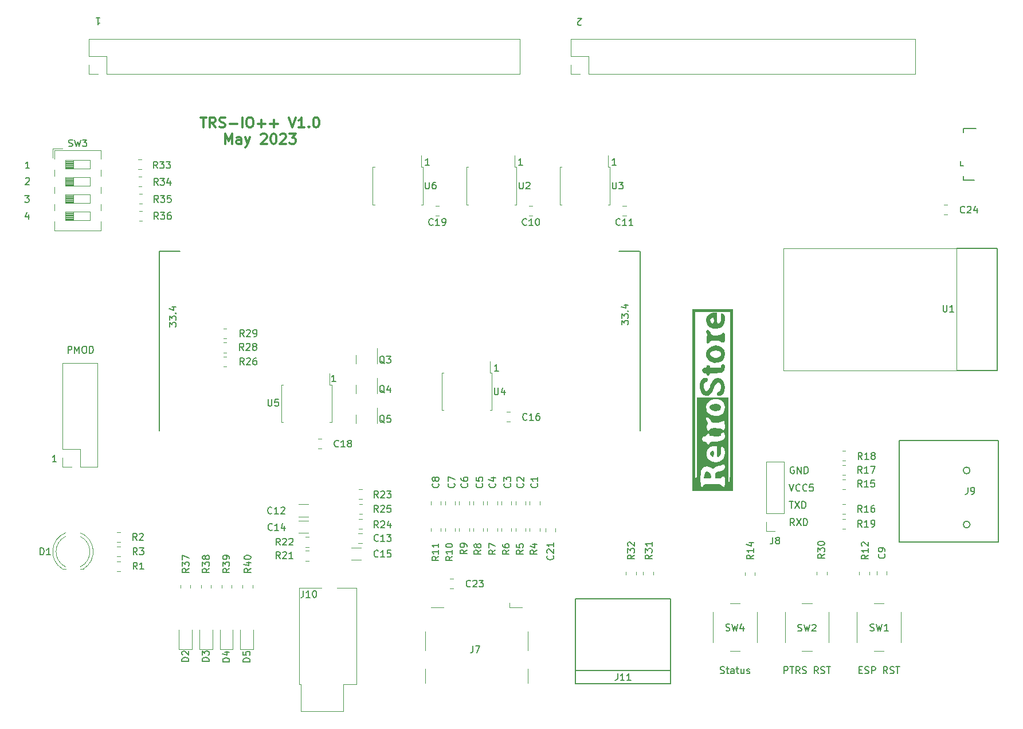
<source format=gbr>
%TF.GenerationSoftware,KiCad,Pcbnew,(6.0.0)*%
%TF.CreationDate,2023-05-19T21:44:39-04:00*%
%TF.ProjectId,TRS-IO++,5452532d-494f-42b2-9b2e-6b696361645f,rev?*%
%TF.SameCoordinates,Original*%
%TF.FileFunction,Legend,Top*%
%TF.FilePolarity,Positive*%
%FSLAX46Y46*%
G04 Gerber Fmt 4.6, Leading zero omitted, Abs format (unit mm)*
G04 Created by KiCad (PCBNEW (6.0.0)) date 2023-05-19 21:44:39*
%MOMM*%
%LPD*%
G01*
G04 APERTURE LIST*
%ADD10C,0.150000*%
%ADD11C,0.300000*%
%ADD12C,0.120000*%
%ADD13C,0.050000*%
G04 APERTURE END LIST*
D10*
X149774414Y-70200780D02*
X149202985Y-70200780D01*
X149488700Y-70200780D02*
X149488700Y-69200780D01*
X149393461Y-69343638D01*
X149298223Y-69438876D01*
X149202985Y-69486495D01*
X62538185Y-72140819D02*
X62585804Y-72093200D01*
X62681042Y-72045580D01*
X62919138Y-72045580D01*
X63014376Y-72093200D01*
X63061995Y-72140819D01*
X63109614Y-72236057D01*
X63109614Y-72331295D01*
X63061995Y-72474152D01*
X62490566Y-73045580D01*
X63109614Y-73045580D01*
X67087714Y-113990380D02*
X66516285Y-113990380D01*
X66802000Y-113990380D02*
X66802000Y-112990380D01*
X66706761Y-113133238D01*
X66611523Y-113228476D01*
X66516285Y-113276095D01*
X185676128Y-144708571D02*
X186009461Y-144708571D01*
X186152319Y-145232380D02*
X185676128Y-145232380D01*
X185676128Y-144232380D01*
X186152319Y-144232380D01*
X186533271Y-145184761D02*
X186676128Y-145232380D01*
X186914223Y-145232380D01*
X187009461Y-145184761D01*
X187057080Y-145137142D01*
X187104700Y-145041904D01*
X187104700Y-144946666D01*
X187057080Y-144851428D01*
X187009461Y-144803809D01*
X186914223Y-144756190D01*
X186723747Y-144708571D01*
X186628509Y-144660952D01*
X186580890Y-144613333D01*
X186533271Y-144518095D01*
X186533271Y-144422857D01*
X186580890Y-144327619D01*
X186628509Y-144280000D01*
X186723747Y-144232380D01*
X186961842Y-144232380D01*
X187104700Y-144280000D01*
X187533271Y-145232380D02*
X187533271Y-144232380D01*
X187914223Y-144232380D01*
X188009461Y-144280000D01*
X188057080Y-144327619D01*
X188104700Y-144422857D01*
X188104700Y-144565714D01*
X188057080Y-144660952D01*
X188009461Y-144708571D01*
X187914223Y-144756190D01*
X187533271Y-144756190D01*
X189866604Y-145232380D02*
X189533271Y-144756190D01*
X189295176Y-145232380D02*
X189295176Y-144232380D01*
X189676128Y-144232380D01*
X189771366Y-144280000D01*
X189818985Y-144327619D01*
X189866604Y-144422857D01*
X189866604Y-144565714D01*
X189818985Y-144660952D01*
X189771366Y-144708571D01*
X189676128Y-144756190D01*
X189295176Y-144756190D01*
X190247557Y-145184761D02*
X190390414Y-145232380D01*
X190628509Y-145232380D01*
X190723747Y-145184761D01*
X190771366Y-145137142D01*
X190818985Y-145041904D01*
X190818985Y-144946666D01*
X190771366Y-144851428D01*
X190723747Y-144803809D01*
X190628509Y-144756190D01*
X190438033Y-144708571D01*
X190342795Y-144660952D01*
X190295176Y-144613333D01*
X190247557Y-144518095D01*
X190247557Y-144422857D01*
X190295176Y-144327619D01*
X190342795Y-144280000D01*
X190438033Y-144232380D01*
X190676128Y-144232380D01*
X190818985Y-144280000D01*
X191104700Y-144232380D02*
X191676128Y-144232380D01*
X191390414Y-145232380D02*
X191390414Y-144232380D01*
X62963576Y-77509714D02*
X62963576Y-78176380D01*
X62725480Y-77128761D02*
X62487385Y-77843047D01*
X63106433Y-77843047D01*
D11*
X88394071Y-63147471D02*
X89251214Y-63147471D01*
X88822642Y-64647471D02*
X88822642Y-63147471D01*
X90608357Y-64647471D02*
X90108357Y-63933185D01*
X89751214Y-64647471D02*
X89751214Y-63147471D01*
X90322642Y-63147471D01*
X90465500Y-63218900D01*
X90536928Y-63290328D01*
X90608357Y-63433185D01*
X90608357Y-63647471D01*
X90536928Y-63790328D01*
X90465500Y-63861757D01*
X90322642Y-63933185D01*
X89751214Y-63933185D01*
X91179785Y-64576042D02*
X91394071Y-64647471D01*
X91751214Y-64647471D01*
X91894071Y-64576042D01*
X91965500Y-64504614D01*
X92036928Y-64361757D01*
X92036928Y-64218900D01*
X91965500Y-64076042D01*
X91894071Y-64004614D01*
X91751214Y-63933185D01*
X91465500Y-63861757D01*
X91322642Y-63790328D01*
X91251214Y-63718900D01*
X91179785Y-63576042D01*
X91179785Y-63433185D01*
X91251214Y-63290328D01*
X91322642Y-63218900D01*
X91465500Y-63147471D01*
X91822642Y-63147471D01*
X92036928Y-63218900D01*
X92679785Y-64076042D02*
X93822642Y-64076042D01*
X94536928Y-64647471D02*
X94536928Y-63147471D01*
X95536928Y-63147471D02*
X95822642Y-63147471D01*
X95965500Y-63218900D01*
X96108357Y-63361757D01*
X96179785Y-63647471D01*
X96179785Y-64147471D01*
X96108357Y-64433185D01*
X95965500Y-64576042D01*
X95822642Y-64647471D01*
X95536928Y-64647471D01*
X95394071Y-64576042D01*
X95251214Y-64433185D01*
X95179785Y-64147471D01*
X95179785Y-63647471D01*
X95251214Y-63361757D01*
X95394071Y-63218900D01*
X95536928Y-63147471D01*
X96822642Y-64076042D02*
X97965500Y-64076042D01*
X97394071Y-64647471D02*
X97394071Y-63504614D01*
X98679785Y-64076042D02*
X99822642Y-64076042D01*
X99251214Y-64647471D02*
X99251214Y-63504614D01*
X101465500Y-63147471D02*
X101965500Y-64647471D01*
X102465500Y-63147471D01*
X103751214Y-64647471D02*
X102894071Y-64647471D01*
X103322642Y-64647471D02*
X103322642Y-63147471D01*
X103179785Y-63361757D01*
X103036928Y-63504614D01*
X102894071Y-63576042D01*
X104394071Y-64504614D02*
X104465500Y-64576042D01*
X104394071Y-64647471D01*
X104322642Y-64576042D01*
X104394071Y-64504614D01*
X104394071Y-64647471D01*
X105394071Y-63147471D02*
X105536928Y-63147471D01*
X105679785Y-63218900D01*
X105751214Y-63290328D01*
X105822642Y-63433185D01*
X105894071Y-63718900D01*
X105894071Y-64076042D01*
X105822642Y-64361757D01*
X105751214Y-64504614D01*
X105679785Y-64576042D01*
X105536928Y-64647471D01*
X105394071Y-64647471D01*
X105251214Y-64576042D01*
X105179785Y-64504614D01*
X105108357Y-64361757D01*
X105036928Y-64076042D01*
X105036928Y-63718900D01*
X105108357Y-63433185D01*
X105179785Y-63290328D01*
X105251214Y-63218900D01*
X105394071Y-63147471D01*
X92036928Y-67062471D02*
X92036928Y-65562471D01*
X92536928Y-66633900D01*
X93036928Y-65562471D01*
X93036928Y-67062471D01*
X94394071Y-67062471D02*
X94394071Y-66276757D01*
X94322642Y-66133900D01*
X94179785Y-66062471D01*
X93894071Y-66062471D01*
X93751214Y-66133900D01*
X94394071Y-66991042D02*
X94251214Y-67062471D01*
X93894071Y-67062471D01*
X93751214Y-66991042D01*
X93679785Y-66848185D01*
X93679785Y-66705328D01*
X93751214Y-66562471D01*
X93894071Y-66491042D01*
X94251214Y-66491042D01*
X94394071Y-66419614D01*
X94965500Y-66062471D02*
X95322642Y-67062471D01*
X95679785Y-66062471D02*
X95322642Y-67062471D01*
X95179785Y-67419614D01*
X95108357Y-67491042D01*
X94965500Y-67562471D01*
X97322642Y-65705328D02*
X97394071Y-65633900D01*
X97536928Y-65562471D01*
X97894071Y-65562471D01*
X98036928Y-65633900D01*
X98108357Y-65705328D01*
X98179785Y-65848185D01*
X98179785Y-65991042D01*
X98108357Y-66205328D01*
X97251214Y-67062471D01*
X98179785Y-67062471D01*
X99108357Y-65562471D02*
X99251214Y-65562471D01*
X99394071Y-65633900D01*
X99465500Y-65705328D01*
X99536928Y-65848185D01*
X99608357Y-66133900D01*
X99608357Y-66491042D01*
X99536928Y-66776757D01*
X99465500Y-66919614D01*
X99394071Y-66991042D01*
X99251214Y-67062471D01*
X99108357Y-67062471D01*
X98965500Y-66991042D01*
X98894071Y-66919614D01*
X98822642Y-66776757D01*
X98751214Y-66491042D01*
X98751214Y-66133900D01*
X98822642Y-65848185D01*
X98894071Y-65705328D01*
X98965500Y-65633900D01*
X99108357Y-65562471D01*
X100179785Y-65705328D02*
X100251214Y-65633900D01*
X100394071Y-65562471D01*
X100751214Y-65562471D01*
X100894071Y-65633900D01*
X100965500Y-65705328D01*
X101036928Y-65848185D01*
X101036928Y-65991042D01*
X100965500Y-66205328D01*
X100108357Y-67062471D01*
X101036928Y-67062471D01*
X101536928Y-65562471D02*
X102465500Y-65562471D01*
X101965500Y-66133900D01*
X102179785Y-66133900D01*
X102322642Y-66205328D01*
X102394071Y-66276757D01*
X102465500Y-66419614D01*
X102465500Y-66776757D01*
X102394071Y-66919614D01*
X102322642Y-66991042D01*
X102179785Y-67062471D01*
X101751214Y-67062471D01*
X101608357Y-66991042D01*
X101536928Y-66919614D01*
D10*
X62439766Y-74687180D02*
X63058814Y-74687180D01*
X62725480Y-75068133D01*
X62868338Y-75068133D01*
X62963576Y-75115752D01*
X63011195Y-75163371D01*
X63058814Y-75258609D01*
X63058814Y-75496704D01*
X63011195Y-75591942D01*
X62963576Y-75639561D01*
X62868338Y-75687180D01*
X62582623Y-75687180D01*
X62487385Y-75639561D01*
X62439766Y-75591942D01*
X176055123Y-114765200D02*
X175959885Y-114717580D01*
X175817028Y-114717580D01*
X175674171Y-114765200D01*
X175578933Y-114860438D01*
X175531314Y-114955676D01*
X175483695Y-115146152D01*
X175483695Y-115289009D01*
X175531314Y-115479485D01*
X175578933Y-115574723D01*
X175674171Y-115669961D01*
X175817028Y-115717580D01*
X175912266Y-115717580D01*
X176055123Y-115669961D01*
X176102742Y-115622342D01*
X176102742Y-115289009D01*
X175912266Y-115289009D01*
X176531314Y-115717580D02*
X176531314Y-114717580D01*
X177102742Y-115717580D01*
X177102742Y-114717580D01*
X177578933Y-115717580D02*
X177578933Y-114717580D01*
X177817028Y-114717580D01*
X177959885Y-114765200D01*
X178055123Y-114860438D01*
X178102742Y-114955676D01*
X178150361Y-115146152D01*
X178150361Y-115289009D01*
X178102742Y-115479485D01*
X178055123Y-115574723D01*
X177959885Y-115669961D01*
X177817028Y-115717580D01*
X177578933Y-115717580D01*
X144643614Y-49423579D02*
X144595995Y-49471199D01*
X144500757Y-49518818D01*
X144262661Y-49518818D01*
X144167423Y-49471199D01*
X144119804Y-49423579D01*
X144072185Y-49328341D01*
X144072185Y-49233103D01*
X144119804Y-49090246D01*
X144691233Y-48518818D01*
X144072185Y-48518818D01*
X165183333Y-145184761D02*
X165326190Y-145232380D01*
X165564285Y-145232380D01*
X165659523Y-145184761D01*
X165707142Y-145137142D01*
X165754761Y-145041904D01*
X165754761Y-144946666D01*
X165707142Y-144851428D01*
X165659523Y-144803809D01*
X165564285Y-144756190D01*
X165373809Y-144708571D01*
X165278571Y-144660952D01*
X165230952Y-144613333D01*
X165183333Y-144518095D01*
X165183333Y-144422857D01*
X165230952Y-144327619D01*
X165278571Y-144280000D01*
X165373809Y-144232380D01*
X165611904Y-144232380D01*
X165754761Y-144280000D01*
X166040476Y-144565714D02*
X166421428Y-144565714D01*
X166183333Y-144232380D02*
X166183333Y-145089523D01*
X166230952Y-145184761D01*
X166326190Y-145232380D01*
X166421428Y-145232380D01*
X167183333Y-145232380D02*
X167183333Y-144708571D01*
X167135714Y-144613333D01*
X167040476Y-144565714D01*
X166850000Y-144565714D01*
X166754761Y-144613333D01*
X167183333Y-145184761D02*
X167088095Y-145232380D01*
X166850000Y-145232380D01*
X166754761Y-145184761D01*
X166707142Y-145089523D01*
X166707142Y-144994285D01*
X166754761Y-144899047D01*
X166850000Y-144851428D01*
X167088095Y-144851428D01*
X167183333Y-144803809D01*
X167516666Y-144565714D02*
X167897619Y-144565714D01*
X167659523Y-144232380D02*
X167659523Y-145089523D01*
X167707142Y-145184761D01*
X167802380Y-145232380D01*
X167897619Y-145232380D01*
X168659523Y-144565714D02*
X168659523Y-145232380D01*
X168230952Y-144565714D02*
X168230952Y-145089523D01*
X168278571Y-145184761D01*
X168373809Y-145232380D01*
X168516666Y-145232380D01*
X168611904Y-145184761D01*
X168659523Y-145137142D01*
X169088095Y-145184761D02*
X169183333Y-145232380D01*
X169373809Y-145232380D01*
X169469047Y-145184761D01*
X169516666Y-145089523D01*
X169516666Y-145041904D01*
X169469047Y-144946666D01*
X169373809Y-144899047D01*
X169230952Y-144899047D01*
X169135714Y-144851428D01*
X169088095Y-144756190D01*
X169088095Y-144708571D01*
X169135714Y-144613333D01*
X169230952Y-144565714D01*
X169373809Y-144565714D01*
X169469047Y-144613333D01*
X122190014Y-70200780D02*
X121618585Y-70200780D01*
X121904300Y-70200780D02*
X121904300Y-69200780D01*
X121809061Y-69343638D01*
X121713823Y-69438876D01*
X121618585Y-69486495D01*
X175388457Y-117308380D02*
X175721790Y-118308380D01*
X176055123Y-117308380D01*
X176959885Y-118213142D02*
X176912266Y-118260761D01*
X176769409Y-118308380D01*
X176674171Y-118308380D01*
X176531314Y-118260761D01*
X176436076Y-118165523D01*
X176388457Y-118070285D01*
X176340838Y-117879809D01*
X176340838Y-117736952D01*
X176388457Y-117546476D01*
X176436076Y-117451238D01*
X176531314Y-117356000D01*
X176674171Y-117308380D01*
X176769409Y-117308380D01*
X176912266Y-117356000D01*
X176959885Y-117403619D01*
X177959885Y-118213142D02*
X177912266Y-118260761D01*
X177769409Y-118308380D01*
X177674171Y-118308380D01*
X177531314Y-118260761D01*
X177436076Y-118165523D01*
X177388457Y-118070285D01*
X177340838Y-117879809D01*
X177340838Y-117736952D01*
X177388457Y-117546476D01*
X177436076Y-117451238D01*
X177531314Y-117356000D01*
X177674171Y-117308380D01*
X177769409Y-117308380D01*
X177912266Y-117356000D01*
X177959885Y-117403619D01*
X178864647Y-117308380D02*
X178388457Y-117308380D01*
X178340838Y-117784571D01*
X178388457Y-117736952D01*
X178483695Y-117689333D01*
X178721790Y-117689333D01*
X178817028Y-117736952D01*
X178864647Y-117784571D01*
X178912266Y-117879809D01*
X178912266Y-118117904D01*
X178864647Y-118213142D01*
X178817028Y-118260761D01*
X178721790Y-118308380D01*
X178483695Y-118308380D01*
X178388457Y-118260761D01*
X178340838Y-118213142D01*
X176102742Y-123388380D02*
X175769409Y-122912190D01*
X175531314Y-123388380D02*
X175531314Y-122388380D01*
X175912266Y-122388380D01*
X176007504Y-122436000D01*
X176055123Y-122483619D01*
X176102742Y-122578857D01*
X176102742Y-122721714D01*
X176055123Y-122816952D01*
X176007504Y-122864571D01*
X175912266Y-122912190D01*
X175531314Y-122912190D01*
X176436076Y-122388380D02*
X177102742Y-123388380D01*
X177102742Y-122388380D02*
X176436076Y-123388380D01*
X177483695Y-123388380D02*
X177483695Y-122388380D01*
X177721790Y-122388380D01*
X177864647Y-122436000D01*
X177959885Y-122531238D01*
X178007504Y-122626476D01*
X178055123Y-122816952D01*
X178055123Y-122959809D01*
X178007504Y-123150285D01*
X177959885Y-123245523D01*
X177864647Y-123340761D01*
X177721790Y-123388380D01*
X177483695Y-123388380D01*
X135956814Y-70200780D02*
X135385385Y-70200780D01*
X135671100Y-70200780D02*
X135671100Y-69200780D01*
X135575861Y-69343638D01*
X135480623Y-69438876D01*
X135385385Y-69486495D01*
X132390064Y-100579180D02*
X131818635Y-100579180D01*
X132104350Y-100579180D02*
X132104350Y-99579180D01*
X132009111Y-99722038D01*
X131913873Y-99817276D01*
X131818635Y-99864895D01*
X68805657Y-97937580D02*
X68805657Y-96937580D01*
X69186609Y-96937580D01*
X69281847Y-96985200D01*
X69329466Y-97032819D01*
X69377085Y-97128057D01*
X69377085Y-97270914D01*
X69329466Y-97366152D01*
X69281847Y-97413771D01*
X69186609Y-97461390D01*
X68805657Y-97461390D01*
X69805657Y-97937580D02*
X69805657Y-96937580D01*
X70138990Y-97651866D01*
X70472323Y-96937580D01*
X70472323Y-97937580D01*
X71138990Y-96937580D02*
X71329466Y-96937580D01*
X71424704Y-96985200D01*
X71519942Y-97080438D01*
X71567561Y-97270914D01*
X71567561Y-97604247D01*
X71519942Y-97794723D01*
X71424704Y-97889961D01*
X71329466Y-97937580D01*
X71138990Y-97937580D01*
X71043752Y-97889961D01*
X70948514Y-97794723D01*
X70900895Y-97604247D01*
X70900895Y-97270914D01*
X70948514Y-97080438D01*
X71043752Y-96985200D01*
X71138990Y-96937580D01*
X71996133Y-97937580D02*
X71996133Y-96937580D01*
X72234228Y-96937580D01*
X72377085Y-96985200D01*
X72472323Y-97080438D01*
X72519942Y-97175676D01*
X72567561Y-97366152D01*
X72567561Y-97509009D01*
X72519942Y-97699485D01*
X72472323Y-97794723D01*
X72377085Y-97889961D01*
X72234228Y-97937580D01*
X71996133Y-97937580D01*
X174595257Y-145232380D02*
X174595257Y-144232380D01*
X174976209Y-144232380D01*
X175071447Y-144280000D01*
X175119066Y-144327619D01*
X175166685Y-144422857D01*
X175166685Y-144565714D01*
X175119066Y-144660952D01*
X175071447Y-144708571D01*
X174976209Y-144756190D01*
X174595257Y-144756190D01*
X175452400Y-144232380D02*
X176023828Y-144232380D01*
X175738114Y-145232380D02*
X175738114Y-144232380D01*
X176928590Y-145232380D02*
X176595257Y-144756190D01*
X176357161Y-145232380D02*
X176357161Y-144232380D01*
X176738114Y-144232380D01*
X176833352Y-144280000D01*
X176880971Y-144327619D01*
X176928590Y-144422857D01*
X176928590Y-144565714D01*
X176880971Y-144660952D01*
X176833352Y-144708571D01*
X176738114Y-144756190D01*
X176357161Y-144756190D01*
X177309542Y-145184761D02*
X177452400Y-145232380D01*
X177690495Y-145232380D01*
X177785733Y-145184761D01*
X177833352Y-145137142D01*
X177880971Y-145041904D01*
X177880971Y-144946666D01*
X177833352Y-144851428D01*
X177785733Y-144803809D01*
X177690495Y-144756190D01*
X177500019Y-144708571D01*
X177404780Y-144660952D01*
X177357161Y-144613333D01*
X177309542Y-144518095D01*
X177309542Y-144422857D01*
X177357161Y-144327619D01*
X177404780Y-144280000D01*
X177500019Y-144232380D01*
X177738114Y-144232380D01*
X177880971Y-144280000D01*
X179642876Y-145232380D02*
X179309542Y-144756190D01*
X179071447Y-145232380D02*
X179071447Y-144232380D01*
X179452400Y-144232380D01*
X179547638Y-144280000D01*
X179595257Y-144327619D01*
X179642876Y-144422857D01*
X179642876Y-144565714D01*
X179595257Y-144660952D01*
X179547638Y-144708571D01*
X179452400Y-144756190D01*
X179071447Y-144756190D01*
X180023828Y-145184761D02*
X180166685Y-145232380D01*
X180404780Y-145232380D01*
X180500019Y-145184761D01*
X180547638Y-145137142D01*
X180595257Y-145041904D01*
X180595257Y-144946666D01*
X180547638Y-144851428D01*
X180500019Y-144803809D01*
X180404780Y-144756190D01*
X180214304Y-144708571D01*
X180119066Y-144660952D01*
X180071447Y-144613333D01*
X180023828Y-144518095D01*
X180023828Y-144422857D01*
X180071447Y-144327619D01*
X180119066Y-144280000D01*
X180214304Y-144232380D01*
X180452400Y-144232380D01*
X180595257Y-144280000D01*
X180880971Y-144232380D02*
X181452400Y-144232380D01*
X181166685Y-145232380D02*
X181166685Y-144232380D01*
X175388457Y-119848380D02*
X175959885Y-119848380D01*
X175674171Y-120848380D02*
X175674171Y-119848380D01*
X176197981Y-119848380D02*
X176864647Y-120848380D01*
X176864647Y-119848380D02*
X176197981Y-120848380D01*
X177245600Y-120848380D02*
X177245600Y-119848380D01*
X177483695Y-119848380D01*
X177626552Y-119896000D01*
X177721790Y-119991238D01*
X177769409Y-120086476D01*
X177817028Y-120276952D01*
X177817028Y-120419809D01*
X177769409Y-120610285D01*
X177721790Y-120705523D01*
X177626552Y-120800761D01*
X177483695Y-120848380D01*
X177245600Y-120848380D01*
X63109614Y-70657980D02*
X62538185Y-70657980D01*
X62823900Y-70657980D02*
X62823900Y-69657980D01*
X62728661Y-69800838D01*
X62633423Y-69896076D01*
X62538185Y-69943695D01*
X72952185Y-48468019D02*
X73523614Y-48468019D01*
X73237900Y-48468019D02*
X73237900Y-49468019D01*
X73333138Y-49325161D01*
X73428376Y-49229923D01*
X73523614Y-49182304D01*
X108337314Y-102153980D02*
X107765885Y-102153980D01*
X108051600Y-102153980D02*
X108051600Y-101153980D01*
X107956361Y-101296838D01*
X107861123Y-101392076D01*
X107765885Y-101439695D01*
%TO.C,R25*%
X114609642Y-121419880D02*
X114276309Y-120943690D01*
X114038214Y-121419880D02*
X114038214Y-120419880D01*
X114419166Y-120419880D01*
X114514404Y-120467500D01*
X114562023Y-120515119D01*
X114609642Y-120610357D01*
X114609642Y-120753214D01*
X114562023Y-120848452D01*
X114514404Y-120896071D01*
X114419166Y-120943690D01*
X114038214Y-120943690D01*
X114990595Y-120515119D02*
X115038214Y-120467500D01*
X115133452Y-120419880D01*
X115371547Y-120419880D01*
X115466785Y-120467500D01*
X115514404Y-120515119D01*
X115562023Y-120610357D01*
X115562023Y-120705595D01*
X115514404Y-120848452D01*
X114942976Y-121419880D01*
X115562023Y-121419880D01*
X116466785Y-120419880D02*
X115990595Y-120419880D01*
X115942976Y-120896071D01*
X115990595Y-120848452D01*
X116085833Y-120800833D01*
X116323928Y-120800833D01*
X116419166Y-120848452D01*
X116466785Y-120896071D01*
X116514404Y-120991309D01*
X116514404Y-121229404D01*
X116466785Y-121324642D01*
X116419166Y-121372261D01*
X116323928Y-121419880D01*
X116085833Y-121419880D01*
X115990595Y-121372261D01*
X115942976Y-121324642D01*
%TO.C,SW4*%
X166001866Y-138884361D02*
X166144723Y-138931980D01*
X166382819Y-138931980D01*
X166478057Y-138884361D01*
X166525676Y-138836742D01*
X166573295Y-138741504D01*
X166573295Y-138646266D01*
X166525676Y-138551028D01*
X166478057Y-138503409D01*
X166382819Y-138455790D01*
X166192342Y-138408171D01*
X166097104Y-138360552D01*
X166049485Y-138312933D01*
X166001866Y-138217695D01*
X166001866Y-138122457D01*
X166049485Y-138027219D01*
X166097104Y-137979600D01*
X166192342Y-137931980D01*
X166430438Y-137931980D01*
X166573295Y-137979600D01*
X166906628Y-137931980D02*
X167144723Y-138931980D01*
X167335200Y-138217695D01*
X167525676Y-138931980D01*
X167763771Y-137931980D01*
X168573295Y-138265314D02*
X168573295Y-138931980D01*
X168335200Y-137884361D02*
X168097104Y-138598647D01*
X168716152Y-138598647D01*
%TO.C,R33*%
X82043842Y-70657980D02*
X81710509Y-70181790D01*
X81472414Y-70657980D02*
X81472414Y-69657980D01*
X81853366Y-69657980D01*
X81948604Y-69705600D01*
X81996223Y-69753219D01*
X82043842Y-69848457D01*
X82043842Y-69991314D01*
X81996223Y-70086552D01*
X81948604Y-70134171D01*
X81853366Y-70181790D01*
X81472414Y-70181790D01*
X82377176Y-69657980D02*
X82996223Y-69657980D01*
X82662890Y-70038933D01*
X82805747Y-70038933D01*
X82900985Y-70086552D01*
X82948604Y-70134171D01*
X82996223Y-70229409D01*
X82996223Y-70467504D01*
X82948604Y-70562742D01*
X82900985Y-70610361D01*
X82805747Y-70657980D01*
X82520033Y-70657980D01*
X82424795Y-70610361D01*
X82377176Y-70562742D01*
X83329557Y-69657980D02*
X83948604Y-69657980D01*
X83615271Y-70038933D01*
X83758128Y-70038933D01*
X83853366Y-70086552D01*
X83900985Y-70134171D01*
X83948604Y-70229409D01*
X83948604Y-70467504D01*
X83900985Y-70562742D01*
X83853366Y-70610361D01*
X83758128Y-70657980D01*
X83472414Y-70657980D01*
X83377176Y-70610361D01*
X83329557Y-70562742D01*
%TO.C,R39*%
X92670612Y-129725657D02*
X92194422Y-130058990D01*
X92670612Y-130297085D02*
X91670612Y-130297085D01*
X91670612Y-129916133D01*
X91718232Y-129820895D01*
X91765851Y-129773276D01*
X91861089Y-129725657D01*
X92003946Y-129725657D01*
X92099184Y-129773276D01*
X92146803Y-129820895D01*
X92194422Y-129916133D01*
X92194422Y-130297085D01*
X91670612Y-129392323D02*
X91670612Y-128773276D01*
X92051565Y-129106609D01*
X92051565Y-128963752D01*
X92099184Y-128868514D01*
X92146803Y-128820895D01*
X92242041Y-128773276D01*
X92480136Y-128773276D01*
X92575374Y-128820895D01*
X92622993Y-128868514D01*
X92670612Y-128963752D01*
X92670612Y-129249466D01*
X92622993Y-129344704D01*
X92575374Y-129392323D01*
X92670612Y-128297085D02*
X92670612Y-128106609D01*
X92622993Y-128011371D01*
X92575374Y-127963752D01*
X92432517Y-127868514D01*
X92242041Y-127820895D01*
X91861089Y-127820895D01*
X91765851Y-127868514D01*
X91718232Y-127916133D01*
X91670612Y-128011371D01*
X91670612Y-128201847D01*
X91718232Y-128297085D01*
X91765851Y-128344704D01*
X91861089Y-128392323D01*
X92099184Y-128392323D01*
X92194422Y-128344704D01*
X92242041Y-128297085D01*
X92289660Y-128201847D01*
X92289660Y-128011371D01*
X92242041Y-127916133D01*
X92194422Y-127868514D01*
X92099184Y-127820895D01*
%TO.C,C15*%
X114637541Y-127959741D02*
X114589922Y-128007360D01*
X114447065Y-128054979D01*
X114351827Y-128054979D01*
X114208970Y-128007360D01*
X114113732Y-127912122D01*
X114066113Y-127816884D01*
X114018494Y-127626408D01*
X114018494Y-127483551D01*
X114066113Y-127293075D01*
X114113732Y-127197837D01*
X114208970Y-127102599D01*
X114351827Y-127054979D01*
X114447065Y-127054979D01*
X114589922Y-127102599D01*
X114637541Y-127150218D01*
X115589922Y-128054979D02*
X115018494Y-128054979D01*
X115304208Y-128054979D02*
X115304208Y-127054979D01*
X115208970Y-127197837D01*
X115113732Y-127293075D01*
X115018494Y-127340694D01*
X116494684Y-127054979D02*
X116018494Y-127054979D01*
X115970875Y-127531170D01*
X116018494Y-127483551D01*
X116113732Y-127435932D01*
X116351827Y-127435932D01*
X116447065Y-127483551D01*
X116494684Y-127531170D01*
X116542303Y-127626408D01*
X116542303Y-127864503D01*
X116494684Y-127959741D01*
X116447065Y-128007360D01*
X116351827Y-128054979D01*
X116113732Y-128054979D01*
X116018494Y-128007360D01*
X115970875Y-127959741D01*
%TO.C,R8*%
X129814580Y-127035266D02*
X129338390Y-127368600D01*
X129814580Y-127606695D02*
X128814580Y-127606695D01*
X128814580Y-127225742D01*
X128862200Y-127130504D01*
X128909819Y-127082885D01*
X129005057Y-127035266D01*
X129147914Y-127035266D01*
X129243152Y-127082885D01*
X129290771Y-127130504D01*
X129338390Y-127225742D01*
X129338390Y-127606695D01*
X129243152Y-126463838D02*
X129195533Y-126559076D01*
X129147914Y-126606695D01*
X129052676Y-126654314D01*
X129005057Y-126654314D01*
X128909819Y-126606695D01*
X128862200Y-126559076D01*
X128814580Y-126463838D01*
X128814580Y-126273361D01*
X128862200Y-126178123D01*
X128909819Y-126130504D01*
X129005057Y-126082885D01*
X129052676Y-126082885D01*
X129147914Y-126130504D01*
X129195533Y-126178123D01*
X129243152Y-126273361D01*
X129243152Y-126463838D01*
X129290771Y-126559076D01*
X129338390Y-126606695D01*
X129433628Y-126654314D01*
X129624104Y-126654314D01*
X129719342Y-126606695D01*
X129766961Y-126559076D01*
X129814580Y-126463838D01*
X129814580Y-126273361D01*
X129766961Y-126178123D01*
X129719342Y-126130504D01*
X129624104Y-126082885D01*
X129433628Y-126082885D01*
X129338390Y-126130504D01*
X129290771Y-126178123D01*
X129243152Y-126273361D01*
%TO.C,R40*%
X95822480Y-129725657D02*
X95346290Y-130058990D01*
X95822480Y-130297085D02*
X94822480Y-130297085D01*
X94822480Y-129916133D01*
X94870100Y-129820895D01*
X94917719Y-129773276D01*
X95012957Y-129725657D01*
X95155814Y-129725657D01*
X95251052Y-129773276D01*
X95298671Y-129820895D01*
X95346290Y-129916133D01*
X95346290Y-130297085D01*
X95155814Y-128868514D02*
X95822480Y-128868514D01*
X94774861Y-129106609D02*
X95489147Y-129344704D01*
X95489147Y-128725657D01*
X94822480Y-128154228D02*
X94822480Y-128058990D01*
X94870100Y-127963752D01*
X94917719Y-127916133D01*
X95012957Y-127868514D01*
X95203433Y-127820895D01*
X95441528Y-127820895D01*
X95632004Y-127868514D01*
X95727242Y-127916133D01*
X95774861Y-127963752D01*
X95822480Y-128058990D01*
X95822480Y-128154228D01*
X95774861Y-128249466D01*
X95727242Y-128297085D01*
X95632004Y-128344704D01*
X95441528Y-128392323D01*
X95203433Y-128392323D01*
X95012957Y-128344704D01*
X94917719Y-128297085D01*
X94870100Y-128249466D01*
X94822480Y-128154228D01*
%TO.C,SW3*%
X68907366Y-67398761D02*
X69050223Y-67446380D01*
X69288319Y-67446380D01*
X69383557Y-67398761D01*
X69431176Y-67351142D01*
X69478795Y-67255904D01*
X69478795Y-67160666D01*
X69431176Y-67065428D01*
X69383557Y-67017809D01*
X69288319Y-66970190D01*
X69097842Y-66922571D01*
X69002604Y-66874952D01*
X68954985Y-66827333D01*
X68907366Y-66732095D01*
X68907366Y-66636857D01*
X68954985Y-66541619D01*
X69002604Y-66494000D01*
X69097842Y-66446380D01*
X69335938Y-66446380D01*
X69478795Y-66494000D01*
X69812128Y-66446380D02*
X70050223Y-67446380D01*
X70240700Y-66732095D01*
X70431176Y-67446380D01*
X70669271Y-66446380D01*
X70954985Y-66446380D02*
X71574033Y-66446380D01*
X71240700Y-66827333D01*
X71383557Y-66827333D01*
X71478795Y-66874952D01*
X71526414Y-66922571D01*
X71574033Y-67017809D01*
X71574033Y-67255904D01*
X71526414Y-67351142D01*
X71478795Y-67398761D01*
X71383557Y-67446380D01*
X71097842Y-67446380D01*
X71002604Y-67398761D01*
X70954985Y-67351142D01*
%TO.C,R29*%
X94810342Y-95499180D02*
X94477009Y-95022990D01*
X94238914Y-95499180D02*
X94238914Y-94499180D01*
X94619866Y-94499180D01*
X94715104Y-94546800D01*
X94762723Y-94594419D01*
X94810342Y-94689657D01*
X94810342Y-94832514D01*
X94762723Y-94927752D01*
X94715104Y-94975371D01*
X94619866Y-95022990D01*
X94238914Y-95022990D01*
X95191295Y-94594419D02*
X95238914Y-94546800D01*
X95334152Y-94499180D01*
X95572247Y-94499180D01*
X95667485Y-94546800D01*
X95715104Y-94594419D01*
X95762723Y-94689657D01*
X95762723Y-94784895D01*
X95715104Y-94927752D01*
X95143676Y-95499180D01*
X95762723Y-95499180D01*
X96238914Y-95499180D02*
X96429390Y-95499180D01*
X96524628Y-95451561D01*
X96572247Y-95403942D01*
X96667485Y-95261085D01*
X96715104Y-95070609D01*
X96715104Y-94689657D01*
X96667485Y-94594419D01*
X96619866Y-94546800D01*
X96524628Y-94499180D01*
X96334152Y-94499180D01*
X96238914Y-94546800D01*
X96191295Y-94594419D01*
X96143676Y-94689657D01*
X96143676Y-94927752D01*
X96191295Y-95022990D01*
X96238914Y-95070609D01*
X96334152Y-95118228D01*
X96524628Y-95118228D01*
X96619866Y-95070609D01*
X96667485Y-95022990D01*
X96715104Y-94927752D01*
%TO.C,D3*%
X89630046Y-143451295D02*
X88630046Y-143451295D01*
X88630046Y-143213200D01*
X88677666Y-143070342D01*
X88772904Y-142975104D01*
X88868142Y-142927485D01*
X89058618Y-142879866D01*
X89201475Y-142879866D01*
X89391951Y-142927485D01*
X89487189Y-142975104D01*
X89582427Y-143070342D01*
X89630046Y-143213200D01*
X89630046Y-143451295D01*
X88630046Y-142546533D02*
X88630046Y-141927485D01*
X89010999Y-142260819D01*
X89010999Y-142117961D01*
X89058618Y-142022723D01*
X89106237Y-141975104D01*
X89201475Y-141927485D01*
X89439570Y-141927485D01*
X89534808Y-141975104D01*
X89582427Y-142022723D01*
X89630046Y-142117961D01*
X89630046Y-142403676D01*
X89582427Y-142498914D01*
X89534808Y-142546533D01*
%TO.C,C16*%
X136603042Y-107748342D02*
X136555423Y-107795961D01*
X136412566Y-107843580D01*
X136317328Y-107843580D01*
X136174471Y-107795961D01*
X136079233Y-107700723D01*
X136031614Y-107605485D01*
X135983995Y-107415009D01*
X135983995Y-107272152D01*
X136031614Y-107081676D01*
X136079233Y-106986438D01*
X136174471Y-106891200D01*
X136317328Y-106843580D01*
X136412566Y-106843580D01*
X136555423Y-106891200D01*
X136603042Y-106938819D01*
X137555423Y-107843580D02*
X136983995Y-107843580D01*
X137269709Y-107843580D02*
X137269709Y-106843580D01*
X137174471Y-106986438D01*
X137079233Y-107081676D01*
X136983995Y-107129295D01*
X138412566Y-106843580D02*
X138222090Y-106843580D01*
X138126852Y-106891200D01*
X138079233Y-106938819D01*
X137983995Y-107081676D01*
X137936376Y-107272152D01*
X137936376Y-107653104D01*
X137983995Y-107748342D01*
X138031614Y-107795961D01*
X138126852Y-107843580D01*
X138317328Y-107843580D01*
X138412566Y-107795961D01*
X138460185Y-107748342D01*
X138507804Y-107653104D01*
X138507804Y-107415009D01*
X138460185Y-107319771D01*
X138412566Y-107272152D01*
X138317328Y-107224533D01*
X138126852Y-107224533D01*
X138031614Y-107272152D01*
X137983995Y-107319771D01*
X137936376Y-107415009D01*
%TO.C,R10*%
X125598180Y-127968657D02*
X125121990Y-128301990D01*
X125598180Y-128540085D02*
X124598180Y-128540085D01*
X124598180Y-128159133D01*
X124645800Y-128063895D01*
X124693419Y-128016276D01*
X124788657Y-127968657D01*
X124931514Y-127968657D01*
X125026752Y-128016276D01*
X125074371Y-128063895D01*
X125121990Y-128159133D01*
X125121990Y-128540085D01*
X125598180Y-127016276D02*
X125598180Y-127587704D01*
X125598180Y-127301990D02*
X124598180Y-127301990D01*
X124741038Y-127397228D01*
X124836276Y-127492466D01*
X124883895Y-127587704D01*
X124598180Y-126397228D02*
X124598180Y-126301990D01*
X124645800Y-126206752D01*
X124693419Y-126159133D01*
X124788657Y-126111514D01*
X124979133Y-126063895D01*
X125217228Y-126063895D01*
X125407704Y-126111514D01*
X125502942Y-126159133D01*
X125550561Y-126206752D01*
X125598180Y-126301990D01*
X125598180Y-126397228D01*
X125550561Y-126492466D01*
X125502942Y-126540085D01*
X125407704Y-126587704D01*
X125217228Y-126635323D01*
X124979133Y-126635323D01*
X124788657Y-126587704D01*
X124693419Y-126540085D01*
X124645800Y-126492466D01*
X124598180Y-126397228D01*
%TO.C,R35*%
X82145442Y-75687180D02*
X81812109Y-75210990D01*
X81574014Y-75687180D02*
X81574014Y-74687180D01*
X81954966Y-74687180D01*
X82050204Y-74734800D01*
X82097823Y-74782419D01*
X82145442Y-74877657D01*
X82145442Y-75020514D01*
X82097823Y-75115752D01*
X82050204Y-75163371D01*
X81954966Y-75210990D01*
X81574014Y-75210990D01*
X82478776Y-74687180D02*
X83097823Y-74687180D01*
X82764490Y-75068133D01*
X82907347Y-75068133D01*
X83002585Y-75115752D01*
X83050204Y-75163371D01*
X83097823Y-75258609D01*
X83097823Y-75496704D01*
X83050204Y-75591942D01*
X83002585Y-75639561D01*
X82907347Y-75687180D01*
X82621633Y-75687180D01*
X82526395Y-75639561D01*
X82478776Y-75591942D01*
X84002585Y-74687180D02*
X83526395Y-74687180D01*
X83478776Y-75163371D01*
X83526395Y-75115752D01*
X83621633Y-75068133D01*
X83859728Y-75068133D01*
X83954966Y-75115752D01*
X84002585Y-75163371D01*
X84050204Y-75258609D01*
X84050204Y-75496704D01*
X84002585Y-75591942D01*
X83954966Y-75639561D01*
X83859728Y-75687180D01*
X83621633Y-75687180D01*
X83526395Y-75639561D01*
X83478776Y-75591942D01*
%TO.C,D2*%
X86643980Y-143451295D02*
X85643980Y-143451295D01*
X85643980Y-143213200D01*
X85691600Y-143070342D01*
X85786838Y-142975104D01*
X85882076Y-142927485D01*
X86072552Y-142879866D01*
X86215409Y-142879866D01*
X86405885Y-142927485D01*
X86501123Y-142975104D01*
X86596361Y-143070342D01*
X86643980Y-143213200D01*
X86643980Y-143451295D01*
X85739219Y-142498914D02*
X85691600Y-142451295D01*
X85643980Y-142356057D01*
X85643980Y-142117961D01*
X85691600Y-142022723D01*
X85739219Y-141975104D01*
X85834457Y-141927485D01*
X85929695Y-141927485D01*
X86072552Y-141975104D01*
X86643980Y-142546533D01*
X86643980Y-141927485D01*
%TO.C,R7*%
X131948180Y-127035266D02*
X131471990Y-127368600D01*
X131948180Y-127606695D02*
X130948180Y-127606695D01*
X130948180Y-127225742D01*
X130995800Y-127130504D01*
X131043419Y-127082885D01*
X131138657Y-127035266D01*
X131281514Y-127035266D01*
X131376752Y-127082885D01*
X131424371Y-127130504D01*
X131471990Y-127225742D01*
X131471990Y-127606695D01*
X130948180Y-126701933D02*
X130948180Y-126035266D01*
X131948180Y-126463838D01*
%TO.C,R14*%
X170073580Y-127744457D02*
X169597390Y-128077790D01*
X170073580Y-128315885D02*
X169073580Y-128315885D01*
X169073580Y-127934933D01*
X169121200Y-127839695D01*
X169168819Y-127792076D01*
X169264057Y-127744457D01*
X169406914Y-127744457D01*
X169502152Y-127792076D01*
X169549771Y-127839695D01*
X169597390Y-127934933D01*
X169597390Y-128315885D01*
X170073580Y-126792076D02*
X170073580Y-127363504D01*
X170073580Y-127077790D02*
X169073580Y-127077790D01*
X169216438Y-127173028D01*
X169311676Y-127268266D01*
X169359295Y-127363504D01*
X169406914Y-125934933D02*
X170073580Y-125934933D01*
X169025961Y-126173028D02*
X169740247Y-126411123D01*
X169740247Y-125792076D01*
%TO.C,R16*%
X186097942Y-121419880D02*
X185764609Y-120943690D01*
X185526514Y-121419880D02*
X185526514Y-120419880D01*
X185907466Y-120419880D01*
X186002704Y-120467500D01*
X186050323Y-120515119D01*
X186097942Y-120610357D01*
X186097942Y-120753214D01*
X186050323Y-120848452D01*
X186002704Y-120896071D01*
X185907466Y-120943690D01*
X185526514Y-120943690D01*
X187050323Y-121419880D02*
X186478895Y-121419880D01*
X186764609Y-121419880D02*
X186764609Y-120419880D01*
X186669371Y-120562738D01*
X186574133Y-120657976D01*
X186478895Y-120705595D01*
X187907466Y-120419880D02*
X187716990Y-120419880D01*
X187621752Y-120467500D01*
X187574133Y-120515119D01*
X187478895Y-120657976D01*
X187431276Y-120848452D01*
X187431276Y-121229404D01*
X187478895Y-121324642D01*
X187526514Y-121372261D01*
X187621752Y-121419880D01*
X187812228Y-121419880D01*
X187907466Y-121372261D01*
X187955085Y-121324642D01*
X188002704Y-121229404D01*
X188002704Y-120991309D01*
X187955085Y-120896071D01*
X187907466Y-120848452D01*
X187812228Y-120800833D01*
X187621752Y-120800833D01*
X187526514Y-120848452D01*
X187478895Y-120896071D01*
X187431276Y-120991309D01*
%TO.C,C12*%
X98923341Y-121575941D02*
X98875722Y-121623560D01*
X98732865Y-121671179D01*
X98637627Y-121671179D01*
X98494770Y-121623560D01*
X98399532Y-121528322D01*
X98351913Y-121433084D01*
X98304294Y-121242608D01*
X98304294Y-121099751D01*
X98351913Y-120909275D01*
X98399532Y-120814037D01*
X98494770Y-120718799D01*
X98637627Y-120671179D01*
X98732865Y-120671179D01*
X98875722Y-120718799D01*
X98923341Y-120766418D01*
X99875722Y-121671179D02*
X99304294Y-121671179D01*
X99590008Y-121671179D02*
X99590008Y-120671179D01*
X99494770Y-120814037D01*
X99399532Y-120909275D01*
X99304294Y-120956894D01*
X100256675Y-120766418D02*
X100304294Y-120718799D01*
X100399532Y-120671179D01*
X100637627Y-120671179D01*
X100732865Y-120718799D01*
X100780484Y-120766418D01*
X100828103Y-120861656D01*
X100828103Y-120956894D01*
X100780484Y-121099751D01*
X100209056Y-121671179D01*
X100828103Y-121671179D01*
%TO.C,C6*%
X127763542Y-117205466D02*
X127811161Y-117253085D01*
X127858780Y-117395942D01*
X127858780Y-117491180D01*
X127811161Y-117634038D01*
X127715923Y-117729276D01*
X127620685Y-117776895D01*
X127430209Y-117824514D01*
X127287352Y-117824514D01*
X127096876Y-117776895D01*
X127001638Y-117729276D01*
X126906400Y-117634038D01*
X126858780Y-117491180D01*
X126858780Y-117395942D01*
X126906400Y-117253085D01*
X126954019Y-117205466D01*
X126858780Y-116348323D02*
X126858780Y-116538800D01*
X126906400Y-116634038D01*
X126954019Y-116681657D01*
X127096876Y-116776895D01*
X127287352Y-116824514D01*
X127668304Y-116824514D01*
X127763542Y-116776895D01*
X127811161Y-116729276D01*
X127858780Y-116634038D01*
X127858780Y-116443561D01*
X127811161Y-116348323D01*
X127763542Y-116300704D01*
X127668304Y-116253085D01*
X127430209Y-116253085D01*
X127334971Y-116300704D01*
X127287352Y-116348323D01*
X127239733Y-116443561D01*
X127239733Y-116634038D01*
X127287352Y-116729276D01*
X127334971Y-116776895D01*
X127430209Y-116824514D01*
%TO.C,R34*%
X82094642Y-73147180D02*
X81761309Y-72670990D01*
X81523214Y-73147180D02*
X81523214Y-72147180D01*
X81904166Y-72147180D01*
X81999404Y-72194800D01*
X82047023Y-72242419D01*
X82094642Y-72337657D01*
X82094642Y-72480514D01*
X82047023Y-72575752D01*
X81999404Y-72623371D01*
X81904166Y-72670990D01*
X81523214Y-72670990D01*
X82427976Y-72147180D02*
X83047023Y-72147180D01*
X82713690Y-72528133D01*
X82856547Y-72528133D01*
X82951785Y-72575752D01*
X82999404Y-72623371D01*
X83047023Y-72718609D01*
X83047023Y-72956704D01*
X82999404Y-73051942D01*
X82951785Y-73099561D01*
X82856547Y-73147180D01*
X82570833Y-73147180D01*
X82475595Y-73099561D01*
X82427976Y-73051942D01*
X83904166Y-72480514D02*
X83904166Y-73147180D01*
X83666071Y-72099561D02*
X83427976Y-72813847D01*
X84047023Y-72813847D01*
%TO.C,R2*%
X78979733Y-125572780D02*
X78646400Y-125096590D01*
X78408304Y-125572780D02*
X78408304Y-124572780D01*
X78789257Y-124572780D01*
X78884495Y-124620400D01*
X78932114Y-124668019D01*
X78979733Y-124763257D01*
X78979733Y-124906114D01*
X78932114Y-125001352D01*
X78884495Y-125048971D01*
X78789257Y-125096590D01*
X78408304Y-125096590D01*
X79360685Y-124668019D02*
X79408304Y-124620400D01*
X79503542Y-124572780D01*
X79741638Y-124572780D01*
X79836876Y-124620400D01*
X79884495Y-124668019D01*
X79932114Y-124763257D01*
X79932114Y-124858495D01*
X79884495Y-125001352D01*
X79313066Y-125572780D01*
X79932114Y-125572780D01*
%TO.C,C4*%
X131891042Y-117205466D02*
X131938661Y-117253085D01*
X131986280Y-117395942D01*
X131986280Y-117491180D01*
X131938661Y-117634038D01*
X131843423Y-117729276D01*
X131748185Y-117776895D01*
X131557709Y-117824514D01*
X131414852Y-117824514D01*
X131224376Y-117776895D01*
X131129138Y-117729276D01*
X131033900Y-117634038D01*
X130986280Y-117491180D01*
X130986280Y-117395942D01*
X131033900Y-117253085D01*
X131081519Y-117205466D01*
X131319614Y-116348323D02*
X131986280Y-116348323D01*
X130938661Y-116586419D02*
X131652947Y-116824514D01*
X131652947Y-116205466D01*
%TO.C,R31*%
X155087580Y-127744457D02*
X154611390Y-128077790D01*
X155087580Y-128315885D02*
X154087580Y-128315885D01*
X154087580Y-127934933D01*
X154135200Y-127839695D01*
X154182819Y-127792076D01*
X154278057Y-127744457D01*
X154420914Y-127744457D01*
X154516152Y-127792076D01*
X154563771Y-127839695D01*
X154611390Y-127934933D01*
X154611390Y-128315885D01*
X154087580Y-127411123D02*
X154087580Y-126792076D01*
X154468533Y-127125409D01*
X154468533Y-126982552D01*
X154516152Y-126887314D01*
X154563771Y-126839695D01*
X154659009Y-126792076D01*
X154897104Y-126792076D01*
X154992342Y-126839695D01*
X155039961Y-126887314D01*
X155087580Y-126982552D01*
X155087580Y-127268266D01*
X155039961Y-127363504D01*
X154992342Y-127411123D01*
X155087580Y-125839695D02*
X155087580Y-126411123D01*
X155087580Y-126125409D02*
X154087580Y-126125409D01*
X154230438Y-126220647D01*
X154325676Y-126315885D01*
X154373295Y-126411123D01*
%TO.C,C3*%
X134113542Y-117205466D02*
X134161161Y-117253085D01*
X134208780Y-117395942D01*
X134208780Y-117491180D01*
X134161161Y-117634038D01*
X134065923Y-117729276D01*
X133970685Y-117776895D01*
X133780209Y-117824514D01*
X133637352Y-117824514D01*
X133446876Y-117776895D01*
X133351638Y-117729276D01*
X133256400Y-117634038D01*
X133208780Y-117491180D01*
X133208780Y-117395942D01*
X133256400Y-117253085D01*
X133304019Y-117205466D01*
X133208780Y-116872133D02*
X133208780Y-116253085D01*
X133589733Y-116586419D01*
X133589733Y-116443561D01*
X133637352Y-116348323D01*
X133684971Y-116300704D01*
X133780209Y-116253085D01*
X134018304Y-116253085D01*
X134113542Y-116300704D01*
X134161161Y-116348323D01*
X134208780Y-116443561D01*
X134208780Y-116729276D01*
X134161161Y-116824514D01*
X134113542Y-116872133D01*
%TO.C,C7*%
X125858542Y-117205466D02*
X125906161Y-117253085D01*
X125953780Y-117395942D01*
X125953780Y-117491180D01*
X125906161Y-117634038D01*
X125810923Y-117729276D01*
X125715685Y-117776895D01*
X125525209Y-117824514D01*
X125382352Y-117824514D01*
X125191876Y-117776895D01*
X125096638Y-117729276D01*
X125001400Y-117634038D01*
X124953780Y-117491180D01*
X124953780Y-117395942D01*
X125001400Y-117253085D01*
X125049019Y-117205466D01*
X124953780Y-116872133D02*
X124953780Y-116205466D01*
X125953780Y-116634038D01*
%TO.C,C1*%
X138101342Y-117205466D02*
X138148961Y-117253085D01*
X138196580Y-117395942D01*
X138196580Y-117491180D01*
X138148961Y-117634038D01*
X138053723Y-117729276D01*
X137958485Y-117776895D01*
X137768009Y-117824514D01*
X137625152Y-117824514D01*
X137434676Y-117776895D01*
X137339438Y-117729276D01*
X137244200Y-117634038D01*
X137196580Y-117491180D01*
X137196580Y-117395942D01*
X137244200Y-117253085D01*
X137291819Y-117205466D01*
X138196580Y-116253085D02*
X138196580Y-116824514D01*
X138196580Y-116538800D02*
X137196580Y-116538800D01*
X137339438Y-116634038D01*
X137434676Y-116729276D01*
X137482295Y-116824514D01*
%TO.C,SW2*%
X176644016Y-138936361D02*
X176786873Y-138983980D01*
X177024969Y-138983980D01*
X177120207Y-138936361D01*
X177167826Y-138888742D01*
X177215445Y-138793504D01*
X177215445Y-138698266D01*
X177167826Y-138603028D01*
X177120207Y-138555409D01*
X177024969Y-138507790D01*
X176834492Y-138460171D01*
X176739254Y-138412552D01*
X176691635Y-138364933D01*
X176644016Y-138269695D01*
X176644016Y-138174457D01*
X176691635Y-138079219D01*
X176739254Y-138031600D01*
X176834492Y-137983980D01*
X177072588Y-137983980D01*
X177215445Y-138031600D01*
X177548778Y-137983980D02*
X177786873Y-138983980D01*
X177977350Y-138269695D01*
X178167826Y-138983980D01*
X178405921Y-137983980D01*
X178739254Y-138079219D02*
X178786873Y-138031600D01*
X178882111Y-137983980D01*
X179120207Y-137983980D01*
X179215445Y-138031600D01*
X179263064Y-138079219D01*
X179310683Y-138174457D01*
X179310683Y-138269695D01*
X179263064Y-138412552D01*
X178691635Y-138983980D01*
X179310683Y-138983980D01*
%TO.C,J10*%
X103568776Y-133005580D02*
X103568776Y-133719866D01*
X103521157Y-133862723D01*
X103425919Y-133957961D01*
X103283061Y-134005580D01*
X103187823Y-134005580D01*
X104568776Y-134005580D02*
X103997347Y-134005580D01*
X104283061Y-134005580D02*
X104283061Y-133005580D01*
X104187823Y-133148438D01*
X104092585Y-133243676D01*
X103997347Y-133291295D01*
X105187823Y-133005580D02*
X105283061Y-133005580D01*
X105378300Y-133053200D01*
X105425919Y-133100819D01*
X105473538Y-133196057D01*
X105521157Y-133386533D01*
X105521157Y-133624628D01*
X105473538Y-133815104D01*
X105425919Y-133910342D01*
X105378300Y-133957961D01*
X105283061Y-134005580D01*
X105187823Y-134005580D01*
X105092585Y-133957961D01*
X105044966Y-133910342D01*
X104997347Y-133815104D01*
X104949728Y-133624628D01*
X104949728Y-133386533D01*
X104997347Y-133196057D01*
X105044966Y-133100819D01*
X105092585Y-133053200D01*
X105187823Y-133005580D01*
%TO.C,C19*%
X122734642Y-78999142D02*
X122687023Y-79046761D01*
X122544166Y-79094380D01*
X122448928Y-79094380D01*
X122306071Y-79046761D01*
X122210833Y-78951523D01*
X122163214Y-78856285D01*
X122115595Y-78665809D01*
X122115595Y-78522952D01*
X122163214Y-78332476D01*
X122210833Y-78237238D01*
X122306071Y-78142000D01*
X122448928Y-78094380D01*
X122544166Y-78094380D01*
X122687023Y-78142000D01*
X122734642Y-78189619D01*
X123687023Y-79094380D02*
X123115595Y-79094380D01*
X123401309Y-79094380D02*
X123401309Y-78094380D01*
X123306071Y-78237238D01*
X123210833Y-78332476D01*
X123115595Y-78380095D01*
X124163214Y-79094380D02*
X124353690Y-79094380D01*
X124448928Y-79046761D01*
X124496547Y-78999142D01*
X124591785Y-78856285D01*
X124639404Y-78665809D01*
X124639404Y-78284857D01*
X124591785Y-78189619D01*
X124544166Y-78142000D01*
X124448928Y-78094380D01*
X124258452Y-78094380D01*
X124163214Y-78142000D01*
X124115595Y-78189619D01*
X124067976Y-78284857D01*
X124067976Y-78522952D01*
X124115595Y-78618190D01*
X124163214Y-78665809D01*
X124258452Y-78713428D01*
X124448928Y-78713428D01*
X124544166Y-78665809D01*
X124591785Y-78618190D01*
X124639404Y-78522952D01*
%TO.C,C8*%
X123521742Y-117205466D02*
X123569361Y-117253085D01*
X123616980Y-117395942D01*
X123616980Y-117491180D01*
X123569361Y-117634038D01*
X123474123Y-117729276D01*
X123378885Y-117776895D01*
X123188409Y-117824514D01*
X123045552Y-117824514D01*
X122855076Y-117776895D01*
X122759838Y-117729276D01*
X122664600Y-117634038D01*
X122616980Y-117491180D01*
X122616980Y-117395942D01*
X122664600Y-117253085D01*
X122712219Y-117205466D01*
X123045552Y-116634038D02*
X122997933Y-116729276D01*
X122950314Y-116776895D01*
X122855076Y-116824514D01*
X122807457Y-116824514D01*
X122712219Y-116776895D01*
X122664600Y-116729276D01*
X122616980Y-116634038D01*
X122616980Y-116443561D01*
X122664600Y-116348323D01*
X122712219Y-116300704D01*
X122807457Y-116253085D01*
X122855076Y-116253085D01*
X122950314Y-116300704D01*
X122997933Y-116348323D01*
X123045552Y-116443561D01*
X123045552Y-116634038D01*
X123093171Y-116729276D01*
X123140790Y-116776895D01*
X123236028Y-116824514D01*
X123426504Y-116824514D01*
X123521742Y-116776895D01*
X123569361Y-116729276D01*
X123616980Y-116634038D01*
X123616980Y-116443561D01*
X123569361Y-116348323D01*
X123521742Y-116300704D01*
X123426504Y-116253085D01*
X123236028Y-116253085D01*
X123140790Y-116300704D01*
X123093171Y-116348323D01*
X123045552Y-116443561D01*
%TO.C,C23*%
X128262142Y-132381942D02*
X128214523Y-132429561D01*
X128071666Y-132477180D01*
X127976428Y-132477180D01*
X127833571Y-132429561D01*
X127738333Y-132334323D01*
X127690714Y-132239085D01*
X127643095Y-132048609D01*
X127643095Y-131905752D01*
X127690714Y-131715276D01*
X127738333Y-131620038D01*
X127833571Y-131524800D01*
X127976428Y-131477180D01*
X128071666Y-131477180D01*
X128214523Y-131524800D01*
X128262142Y-131572419D01*
X128643095Y-131572419D02*
X128690714Y-131524800D01*
X128785952Y-131477180D01*
X129024047Y-131477180D01*
X129119285Y-131524800D01*
X129166904Y-131572419D01*
X129214523Y-131667657D01*
X129214523Y-131762895D01*
X129166904Y-131905752D01*
X128595476Y-132477180D01*
X129214523Y-132477180D01*
X129547857Y-131477180D02*
X130166904Y-131477180D01*
X129833571Y-131858133D01*
X129976428Y-131858133D01*
X130071666Y-131905752D01*
X130119285Y-131953371D01*
X130166904Y-132048609D01*
X130166904Y-132286704D01*
X130119285Y-132381942D01*
X130071666Y-132429561D01*
X129976428Y-132477180D01*
X129690714Y-132477180D01*
X129595476Y-132429561D01*
X129547857Y-132381942D01*
%TO.C,Q3*%
X115576361Y-99506019D02*
X115481123Y-99458400D01*
X115385885Y-99363161D01*
X115243028Y-99220304D01*
X115147790Y-99172685D01*
X115052552Y-99172685D01*
X115100171Y-99410780D02*
X115004933Y-99363161D01*
X114909695Y-99267923D01*
X114862076Y-99077447D01*
X114862076Y-98744114D01*
X114909695Y-98553638D01*
X115004933Y-98458400D01*
X115100171Y-98410780D01*
X115290647Y-98410780D01*
X115385885Y-98458400D01*
X115481123Y-98553638D01*
X115528742Y-98744114D01*
X115528742Y-99077447D01*
X115481123Y-99267923D01*
X115385885Y-99363161D01*
X115290647Y-99410780D01*
X115100171Y-99410780D01*
X115862076Y-98410780D02*
X116481123Y-98410780D01*
X116147790Y-98791733D01*
X116290647Y-98791733D01*
X116385885Y-98839352D01*
X116433504Y-98886971D01*
X116481123Y-98982209D01*
X116481123Y-99220304D01*
X116433504Y-99315542D01*
X116385885Y-99363161D01*
X116290647Y-99410780D01*
X116004933Y-99410780D01*
X115909695Y-99363161D01*
X115862076Y-99315542D01*
%TO.C,J7*%
X128622466Y-141179980D02*
X128622466Y-141894266D01*
X128574847Y-142037123D01*
X128479609Y-142132361D01*
X128336752Y-142179980D01*
X128241514Y-142179980D01*
X129003419Y-141179980D02*
X129670085Y-141179980D01*
X129241514Y-142179980D01*
%TO.C,J9*%
X201736666Y-117765580D02*
X201736666Y-118479866D01*
X201689047Y-118622723D01*
X201593809Y-118717961D01*
X201450952Y-118765580D01*
X201355714Y-118765580D01*
X202260476Y-118765580D02*
X202450952Y-118765580D01*
X202546190Y-118717961D01*
X202593809Y-118670342D01*
X202689047Y-118527485D01*
X202736666Y-118337009D01*
X202736666Y-117956057D01*
X202689047Y-117860819D01*
X202641428Y-117813200D01*
X202546190Y-117765580D01*
X202355714Y-117765580D01*
X202260476Y-117813200D01*
X202212857Y-117860819D01*
X202165238Y-117956057D01*
X202165238Y-118194152D01*
X202212857Y-118289390D01*
X202260476Y-118337009D01*
X202355714Y-118384628D01*
X202546190Y-118384628D01*
X202641428Y-118337009D01*
X202689047Y-118289390D01*
X202736666Y-118194152D01*
%TO.C,C9*%
X189434742Y-127623866D02*
X189482361Y-127671485D01*
X189529980Y-127814342D01*
X189529980Y-127909580D01*
X189482361Y-128052438D01*
X189387123Y-128147676D01*
X189291885Y-128195295D01*
X189101409Y-128242914D01*
X188958552Y-128242914D01*
X188768076Y-128195295D01*
X188672838Y-128147676D01*
X188577600Y-128052438D01*
X188529980Y-127909580D01*
X188529980Y-127814342D01*
X188577600Y-127671485D01*
X188625219Y-127623866D01*
X189529980Y-127147676D02*
X189529980Y-126957200D01*
X189482361Y-126861961D01*
X189434742Y-126814342D01*
X189291885Y-126719104D01*
X189101409Y-126671485D01*
X188720457Y-126671485D01*
X188625219Y-126719104D01*
X188577600Y-126766723D01*
X188529980Y-126861961D01*
X188529980Y-127052438D01*
X188577600Y-127147676D01*
X188625219Y-127195295D01*
X188720457Y-127242914D01*
X188958552Y-127242914D01*
X189053790Y-127195295D01*
X189101409Y-127147676D01*
X189149028Y-127052438D01*
X189149028Y-126861961D01*
X189101409Y-126766723D01*
X189053790Y-126719104D01*
X188958552Y-126671485D01*
%TO.C,R36*%
X82145442Y-78176380D02*
X81812109Y-77700190D01*
X81574014Y-78176380D02*
X81574014Y-77176380D01*
X81954966Y-77176380D01*
X82050204Y-77224000D01*
X82097823Y-77271619D01*
X82145442Y-77366857D01*
X82145442Y-77509714D01*
X82097823Y-77604952D01*
X82050204Y-77652571D01*
X81954966Y-77700190D01*
X81574014Y-77700190D01*
X82478776Y-77176380D02*
X83097823Y-77176380D01*
X82764490Y-77557333D01*
X82907347Y-77557333D01*
X83002585Y-77604952D01*
X83050204Y-77652571D01*
X83097823Y-77747809D01*
X83097823Y-77985904D01*
X83050204Y-78081142D01*
X83002585Y-78128761D01*
X82907347Y-78176380D01*
X82621633Y-78176380D01*
X82526395Y-78128761D01*
X82478776Y-78081142D01*
X83954966Y-77176380D02*
X83764490Y-77176380D01*
X83669252Y-77224000D01*
X83621633Y-77271619D01*
X83526395Y-77414476D01*
X83478776Y-77604952D01*
X83478776Y-77985904D01*
X83526395Y-78081142D01*
X83574014Y-78128761D01*
X83669252Y-78176380D01*
X83859728Y-78176380D01*
X83954966Y-78128761D01*
X84002585Y-78081142D01*
X84050204Y-77985904D01*
X84050204Y-77747809D01*
X84002585Y-77652571D01*
X83954966Y-77604952D01*
X83859728Y-77557333D01*
X83669252Y-77557333D01*
X83574014Y-77604952D01*
X83526395Y-77652571D01*
X83478776Y-77747809D01*
%TO.C,J8*%
X172921832Y-125114980D02*
X172921832Y-125829266D01*
X172874213Y-125972123D01*
X172778975Y-126067361D01*
X172636118Y-126114980D01*
X172540880Y-126114980D01*
X173540880Y-125543552D02*
X173445642Y-125495933D01*
X173398023Y-125448314D01*
X173350404Y-125353076D01*
X173350404Y-125305457D01*
X173398023Y-125210219D01*
X173445642Y-125162600D01*
X173540880Y-125114980D01*
X173731356Y-125114980D01*
X173826594Y-125162600D01*
X173874213Y-125210219D01*
X173921832Y-125305457D01*
X173921832Y-125353076D01*
X173874213Y-125448314D01*
X173826594Y-125495933D01*
X173731356Y-125543552D01*
X173540880Y-125543552D01*
X173445642Y-125591171D01*
X173398023Y-125638790D01*
X173350404Y-125734028D01*
X173350404Y-125924504D01*
X173398023Y-126019742D01*
X173445642Y-126067361D01*
X173540880Y-126114980D01*
X173731356Y-126114980D01*
X173826594Y-126067361D01*
X173874213Y-126019742D01*
X173921832Y-125924504D01*
X173921832Y-125734028D01*
X173874213Y-125638790D01*
X173826594Y-125591171D01*
X173731356Y-125543552D01*
%TO.C,R17*%
X186082242Y-115666780D02*
X185748909Y-115190590D01*
X185510814Y-115666780D02*
X185510814Y-114666780D01*
X185891766Y-114666780D01*
X185987004Y-114714400D01*
X186034623Y-114762019D01*
X186082242Y-114857257D01*
X186082242Y-115000114D01*
X186034623Y-115095352D01*
X185987004Y-115142971D01*
X185891766Y-115190590D01*
X185510814Y-115190590D01*
X187034623Y-115666780D02*
X186463195Y-115666780D01*
X186748909Y-115666780D02*
X186748909Y-114666780D01*
X186653671Y-114809638D01*
X186558433Y-114904876D01*
X186463195Y-114952495D01*
X187367957Y-114666780D02*
X188034623Y-114666780D01*
X187606052Y-115666780D01*
%TO.C,R26*%
X94810342Y-99664780D02*
X94477009Y-99188590D01*
X94238914Y-99664780D02*
X94238914Y-98664780D01*
X94619866Y-98664780D01*
X94715104Y-98712400D01*
X94762723Y-98760019D01*
X94810342Y-98855257D01*
X94810342Y-98998114D01*
X94762723Y-99093352D01*
X94715104Y-99140971D01*
X94619866Y-99188590D01*
X94238914Y-99188590D01*
X95191295Y-98760019D02*
X95238914Y-98712400D01*
X95334152Y-98664780D01*
X95572247Y-98664780D01*
X95667485Y-98712400D01*
X95715104Y-98760019D01*
X95762723Y-98855257D01*
X95762723Y-98950495D01*
X95715104Y-99093352D01*
X95143676Y-99664780D01*
X95762723Y-99664780D01*
X96619866Y-98664780D02*
X96429390Y-98664780D01*
X96334152Y-98712400D01*
X96286533Y-98760019D01*
X96191295Y-98902876D01*
X96143676Y-99093352D01*
X96143676Y-99474304D01*
X96191295Y-99569542D01*
X96238914Y-99617161D01*
X96334152Y-99664780D01*
X96524628Y-99664780D01*
X96619866Y-99617161D01*
X96667485Y-99569542D01*
X96715104Y-99474304D01*
X96715104Y-99236209D01*
X96667485Y-99140971D01*
X96619866Y-99093352D01*
X96524628Y-99045733D01*
X96334152Y-99045733D01*
X96238914Y-99093352D01*
X96191295Y-99140971D01*
X96143676Y-99236209D01*
%TO.C,Q4*%
X115576361Y-103824019D02*
X115481123Y-103776400D01*
X115385885Y-103681161D01*
X115243028Y-103538304D01*
X115147790Y-103490685D01*
X115052552Y-103490685D01*
X115100171Y-103728780D02*
X115004933Y-103681161D01*
X114909695Y-103585923D01*
X114862076Y-103395447D01*
X114862076Y-103062114D01*
X114909695Y-102871638D01*
X115004933Y-102776400D01*
X115100171Y-102728780D01*
X115290647Y-102728780D01*
X115385885Y-102776400D01*
X115481123Y-102871638D01*
X115528742Y-103062114D01*
X115528742Y-103395447D01*
X115481123Y-103585923D01*
X115385885Y-103681161D01*
X115290647Y-103728780D01*
X115100171Y-103728780D01*
X116385885Y-103062114D02*
X116385885Y-103728780D01*
X116147790Y-102681161D02*
X115909695Y-103395447D01*
X116528742Y-103395447D01*
%TO.C,SW1*%
X187322166Y-138885561D02*
X187465023Y-138933180D01*
X187703119Y-138933180D01*
X187798357Y-138885561D01*
X187845976Y-138837942D01*
X187893595Y-138742704D01*
X187893595Y-138647466D01*
X187845976Y-138552228D01*
X187798357Y-138504609D01*
X187703119Y-138456990D01*
X187512642Y-138409371D01*
X187417404Y-138361752D01*
X187369785Y-138314133D01*
X187322166Y-138218895D01*
X187322166Y-138123657D01*
X187369785Y-138028419D01*
X187417404Y-137980800D01*
X187512642Y-137933180D01*
X187750738Y-137933180D01*
X187893595Y-137980800D01*
X188226928Y-137933180D02*
X188465023Y-138933180D01*
X188655500Y-138218895D01*
X188845976Y-138933180D01*
X189084071Y-137933180D01*
X189988833Y-138933180D02*
X189417404Y-138933180D01*
X189703119Y-138933180D02*
X189703119Y-137933180D01*
X189607880Y-138076038D01*
X189512642Y-138171276D01*
X189417404Y-138218895D01*
%TO.C,R32*%
X152496780Y-127744457D02*
X152020590Y-128077790D01*
X152496780Y-128315885D02*
X151496780Y-128315885D01*
X151496780Y-127934933D01*
X151544400Y-127839695D01*
X151592019Y-127792076D01*
X151687257Y-127744457D01*
X151830114Y-127744457D01*
X151925352Y-127792076D01*
X151972971Y-127839695D01*
X152020590Y-127934933D01*
X152020590Y-128315885D01*
X151496780Y-127411123D02*
X151496780Y-126792076D01*
X151877733Y-127125409D01*
X151877733Y-126982552D01*
X151925352Y-126887314D01*
X151972971Y-126839695D01*
X152068209Y-126792076D01*
X152306304Y-126792076D01*
X152401542Y-126839695D01*
X152449161Y-126887314D01*
X152496780Y-126982552D01*
X152496780Y-127268266D01*
X152449161Y-127363504D01*
X152401542Y-127411123D01*
X151592019Y-126411123D02*
X151544400Y-126363504D01*
X151496780Y-126268266D01*
X151496780Y-126030171D01*
X151544400Y-125934933D01*
X151592019Y-125887314D01*
X151687257Y-125839695D01*
X151782495Y-125839695D01*
X151925352Y-125887314D01*
X152496780Y-126458742D01*
X152496780Y-125839695D01*
%TO.C,R18*%
X186133042Y-113634780D02*
X185799709Y-113158590D01*
X185561614Y-113634780D02*
X185561614Y-112634780D01*
X185942566Y-112634780D01*
X186037804Y-112682400D01*
X186085423Y-112730019D01*
X186133042Y-112825257D01*
X186133042Y-112968114D01*
X186085423Y-113063352D01*
X186037804Y-113110971D01*
X185942566Y-113158590D01*
X185561614Y-113158590D01*
X187085423Y-113634780D02*
X186513995Y-113634780D01*
X186799709Y-113634780D02*
X186799709Y-112634780D01*
X186704471Y-112777638D01*
X186609233Y-112872876D01*
X186513995Y-112920495D01*
X187656852Y-113063352D02*
X187561614Y-113015733D01*
X187513995Y-112968114D01*
X187466376Y-112872876D01*
X187466376Y-112825257D01*
X187513995Y-112730019D01*
X187561614Y-112682400D01*
X187656852Y-112634780D01*
X187847328Y-112634780D01*
X187942566Y-112682400D01*
X187990185Y-112730019D01*
X188037804Y-112825257D01*
X188037804Y-112872876D01*
X187990185Y-112968114D01*
X187942566Y-113015733D01*
X187847328Y-113063352D01*
X187656852Y-113063352D01*
X187561614Y-113110971D01*
X187513995Y-113158590D01*
X187466376Y-113253828D01*
X187466376Y-113444304D01*
X187513995Y-113539542D01*
X187561614Y-113587161D01*
X187656852Y-113634780D01*
X187847328Y-113634780D01*
X187942566Y-113587161D01*
X187990185Y-113539542D01*
X188037804Y-113444304D01*
X188037804Y-113253828D01*
X187990185Y-113158590D01*
X187942566Y-113110971D01*
X187847328Y-113063352D01*
%TO.C,R19*%
X186097942Y-123591580D02*
X185764609Y-123115390D01*
X185526514Y-123591580D02*
X185526514Y-122591580D01*
X185907466Y-122591580D01*
X186002704Y-122639200D01*
X186050323Y-122686819D01*
X186097942Y-122782057D01*
X186097942Y-122924914D01*
X186050323Y-123020152D01*
X186002704Y-123067771D01*
X185907466Y-123115390D01*
X185526514Y-123115390D01*
X187050323Y-123591580D02*
X186478895Y-123591580D01*
X186764609Y-123591580D02*
X186764609Y-122591580D01*
X186669371Y-122734438D01*
X186574133Y-122829676D01*
X186478895Y-122877295D01*
X187526514Y-123591580D02*
X187716990Y-123591580D01*
X187812228Y-123543961D01*
X187859847Y-123496342D01*
X187955085Y-123353485D01*
X188002704Y-123163009D01*
X188002704Y-122782057D01*
X187955085Y-122686819D01*
X187907466Y-122639200D01*
X187812228Y-122591580D01*
X187621752Y-122591580D01*
X187526514Y-122639200D01*
X187478895Y-122686819D01*
X187431276Y-122782057D01*
X187431276Y-123020152D01*
X187478895Y-123115390D01*
X187526514Y-123163009D01*
X187621752Y-123210628D01*
X187812228Y-123210628D01*
X187907466Y-123163009D01*
X187955085Y-123115390D01*
X188002704Y-123020152D01*
%TO.C,R1*%
X79030533Y-129839980D02*
X78697200Y-129363790D01*
X78459104Y-129839980D02*
X78459104Y-128839980D01*
X78840057Y-128839980D01*
X78935295Y-128887600D01*
X78982914Y-128935219D01*
X79030533Y-129030457D01*
X79030533Y-129173314D01*
X78982914Y-129268552D01*
X78935295Y-129316171D01*
X78840057Y-129363790D01*
X78459104Y-129363790D01*
X79982914Y-129839980D02*
X79411485Y-129839980D01*
X79697200Y-129839980D02*
X79697200Y-128839980D01*
X79601961Y-128982838D01*
X79506723Y-129078076D01*
X79411485Y-129125695D01*
%TO.C,U3*%
X149234795Y-72705980D02*
X149234795Y-73515504D01*
X149282414Y-73610742D01*
X149330033Y-73658361D01*
X149425271Y-73705980D01*
X149615747Y-73705980D01*
X149710985Y-73658361D01*
X149758604Y-73610742D01*
X149806223Y-73515504D01*
X149806223Y-72705980D01*
X150187176Y-72705980D02*
X150806223Y-72705980D01*
X150472890Y-73086933D01*
X150615747Y-73086933D01*
X150710985Y-73134552D01*
X150758604Y-73182171D01*
X150806223Y-73277409D01*
X150806223Y-73515504D01*
X150758604Y-73610742D01*
X150710985Y-73658361D01*
X150615747Y-73705980D01*
X150330033Y-73705980D01*
X150234795Y-73658361D01*
X150187176Y-73610742D01*
%TO.C,D4*%
X92661112Y-143502095D02*
X91661112Y-143502095D01*
X91661112Y-143264000D01*
X91708732Y-143121142D01*
X91803970Y-143025904D01*
X91899208Y-142978285D01*
X92089684Y-142930666D01*
X92232541Y-142930666D01*
X92423017Y-142978285D01*
X92518255Y-143025904D01*
X92613493Y-143121142D01*
X92661112Y-143264000D01*
X92661112Y-143502095D01*
X91994446Y-142073523D02*
X92661112Y-142073523D01*
X91613493Y-142311619D02*
X92327779Y-142549714D01*
X92327779Y-141930666D01*
%TO.C,U4*%
X131810395Y-103084380D02*
X131810395Y-103893904D01*
X131858014Y-103989142D01*
X131905633Y-104036761D01*
X132000871Y-104084380D01*
X132191347Y-104084380D01*
X132286585Y-104036761D01*
X132334204Y-103989142D01*
X132381823Y-103893904D01*
X132381823Y-103084380D01*
X133286585Y-103417714D02*
X133286585Y-104084380D01*
X133048490Y-103036761D02*
X132810395Y-103751047D01*
X133429442Y-103751047D01*
%TO.C,U1*%
X198093995Y-90843180D02*
X198093995Y-91652704D01*
X198141614Y-91747942D01*
X198189233Y-91795561D01*
X198284471Y-91843180D01*
X198474947Y-91843180D01*
X198570185Y-91795561D01*
X198617804Y-91747942D01*
X198665423Y-91652704D01*
X198665423Y-90843180D01*
X199665423Y-91843180D02*
X199093995Y-91843180D01*
X199379709Y-91843180D02*
X199379709Y-90843180D01*
X199284471Y-90986038D01*
X199189233Y-91081276D01*
X199093995Y-91128895D01*
%TO.C,C21*%
X140463542Y-127841657D02*
X140511161Y-127889276D01*
X140558780Y-128032133D01*
X140558780Y-128127371D01*
X140511161Y-128270228D01*
X140415923Y-128365466D01*
X140320685Y-128413085D01*
X140130209Y-128460704D01*
X139987352Y-128460704D01*
X139796876Y-128413085D01*
X139701638Y-128365466D01*
X139606400Y-128270228D01*
X139558780Y-128127371D01*
X139558780Y-128032133D01*
X139606400Y-127889276D01*
X139654019Y-127841657D01*
X139654019Y-127460704D02*
X139606400Y-127413085D01*
X139558780Y-127317847D01*
X139558780Y-127079752D01*
X139606400Y-126984514D01*
X139654019Y-126936895D01*
X139749257Y-126889276D01*
X139844495Y-126889276D01*
X139987352Y-126936895D01*
X140558780Y-127508323D01*
X140558780Y-126889276D01*
X140558780Y-125936895D02*
X140558780Y-126508323D01*
X140558780Y-126222609D02*
X139558780Y-126222609D01*
X139701638Y-126317847D01*
X139796876Y-126413085D01*
X139844495Y-126508323D01*
%TO.C,R30*%
X180573480Y-127642857D02*
X180097290Y-127976190D01*
X180573480Y-128214285D02*
X179573480Y-128214285D01*
X179573480Y-127833333D01*
X179621100Y-127738095D01*
X179668719Y-127690476D01*
X179763957Y-127642857D01*
X179906814Y-127642857D01*
X180002052Y-127690476D01*
X180049671Y-127738095D01*
X180097290Y-127833333D01*
X180097290Y-128214285D01*
X179573480Y-127309523D02*
X179573480Y-126690476D01*
X179954433Y-127023809D01*
X179954433Y-126880952D01*
X180002052Y-126785714D01*
X180049671Y-126738095D01*
X180144909Y-126690476D01*
X180383004Y-126690476D01*
X180478242Y-126738095D01*
X180525861Y-126785714D01*
X180573480Y-126880952D01*
X180573480Y-127166666D01*
X180525861Y-127261904D01*
X180478242Y-127309523D01*
X179573480Y-126071428D02*
X179573480Y-125976190D01*
X179621100Y-125880952D01*
X179668719Y-125833333D01*
X179763957Y-125785714D01*
X179954433Y-125738095D01*
X180192528Y-125738095D01*
X180383004Y-125785714D01*
X180478242Y-125833333D01*
X180525861Y-125880952D01*
X180573480Y-125976190D01*
X180573480Y-126071428D01*
X180525861Y-126166666D01*
X180478242Y-126214285D01*
X180383004Y-126261904D01*
X180192528Y-126309523D01*
X179954433Y-126309523D01*
X179763957Y-126261904D01*
X179668719Y-126214285D01*
X179621100Y-126166666D01*
X179573480Y-126071428D01*
%TO.C,R24*%
X114637541Y-123736979D02*
X114304208Y-123260789D01*
X114066113Y-123736979D02*
X114066113Y-122736979D01*
X114447065Y-122736979D01*
X114542303Y-122784599D01*
X114589922Y-122832218D01*
X114637541Y-122927456D01*
X114637541Y-123070313D01*
X114589922Y-123165551D01*
X114542303Y-123213170D01*
X114447065Y-123260789D01*
X114066113Y-123260789D01*
X115018494Y-122832218D02*
X115066113Y-122784599D01*
X115161351Y-122736979D01*
X115399446Y-122736979D01*
X115494684Y-122784599D01*
X115542303Y-122832218D01*
X115589922Y-122927456D01*
X115589922Y-123022694D01*
X115542303Y-123165551D01*
X114970875Y-123736979D01*
X115589922Y-123736979D01*
X116447065Y-123070313D02*
X116447065Y-123736979D01*
X116208970Y-122689360D02*
X115970875Y-123403646D01*
X116589922Y-123403646D01*
%TO.C,Q5*%
X115576361Y-108243619D02*
X115481123Y-108196000D01*
X115385885Y-108100761D01*
X115243028Y-107957904D01*
X115147790Y-107910285D01*
X115052552Y-107910285D01*
X115100171Y-108148380D02*
X115004933Y-108100761D01*
X114909695Y-108005523D01*
X114862076Y-107815047D01*
X114862076Y-107481714D01*
X114909695Y-107291238D01*
X115004933Y-107196000D01*
X115100171Y-107148380D01*
X115290647Y-107148380D01*
X115385885Y-107196000D01*
X115481123Y-107291238D01*
X115528742Y-107481714D01*
X115528742Y-107815047D01*
X115481123Y-108005523D01*
X115385885Y-108100761D01*
X115290647Y-108148380D01*
X115100171Y-108148380D01*
X116433504Y-107148380D02*
X115957314Y-107148380D01*
X115909695Y-107624571D01*
X115957314Y-107576952D01*
X116052552Y-107529333D01*
X116290647Y-107529333D01*
X116385885Y-107576952D01*
X116433504Y-107624571D01*
X116481123Y-107719809D01*
X116481123Y-107957904D01*
X116433504Y-108053142D01*
X116385885Y-108100761D01*
X116290647Y-108148380D01*
X116052552Y-108148380D01*
X115957314Y-108100761D01*
X115909695Y-108053142D01*
%TO.C,C5*%
X129986042Y-117205466D02*
X130033661Y-117253085D01*
X130081280Y-117395942D01*
X130081280Y-117491180D01*
X130033661Y-117634038D01*
X129938423Y-117729276D01*
X129843185Y-117776895D01*
X129652709Y-117824514D01*
X129509852Y-117824514D01*
X129319376Y-117776895D01*
X129224138Y-117729276D01*
X129128900Y-117634038D01*
X129081280Y-117491180D01*
X129081280Y-117395942D01*
X129128900Y-117253085D01*
X129176519Y-117205466D01*
X129081280Y-116300704D02*
X129081280Y-116776895D01*
X129557471Y-116824514D01*
X129509852Y-116776895D01*
X129462233Y-116681657D01*
X129462233Y-116443561D01*
X129509852Y-116348323D01*
X129557471Y-116300704D01*
X129652709Y-116253085D01*
X129890804Y-116253085D01*
X129986042Y-116300704D01*
X130033661Y-116348323D01*
X130081280Y-116443561D01*
X130081280Y-116681657D01*
X130033661Y-116776895D01*
X129986042Y-116824514D01*
%TO.C,R12*%
X187040780Y-127744457D02*
X186564590Y-128077790D01*
X187040780Y-128315885D02*
X186040780Y-128315885D01*
X186040780Y-127934933D01*
X186088400Y-127839695D01*
X186136019Y-127792076D01*
X186231257Y-127744457D01*
X186374114Y-127744457D01*
X186469352Y-127792076D01*
X186516971Y-127839695D01*
X186564590Y-127934933D01*
X186564590Y-128315885D01*
X187040780Y-126792076D02*
X187040780Y-127363504D01*
X187040780Y-127077790D02*
X186040780Y-127077790D01*
X186183638Y-127173028D01*
X186278876Y-127268266D01*
X186326495Y-127363504D01*
X186136019Y-126411123D02*
X186088400Y-126363504D01*
X186040780Y-126268266D01*
X186040780Y-126030171D01*
X186088400Y-125934933D01*
X186136019Y-125887314D01*
X186231257Y-125839695D01*
X186326495Y-125839695D01*
X186469352Y-125887314D01*
X187040780Y-126458742D01*
X187040780Y-125839695D01*
%TO.C,R22*%
X100144342Y-126293979D02*
X99811009Y-125817789D01*
X99572914Y-126293979D02*
X99572914Y-125293979D01*
X99953866Y-125293979D01*
X100049104Y-125341599D01*
X100096723Y-125389218D01*
X100144342Y-125484456D01*
X100144342Y-125627313D01*
X100096723Y-125722551D01*
X100049104Y-125770170D01*
X99953866Y-125817789D01*
X99572914Y-125817789D01*
X100525295Y-125389218D02*
X100572914Y-125341599D01*
X100668152Y-125293979D01*
X100906247Y-125293979D01*
X101001485Y-125341599D01*
X101049104Y-125389218D01*
X101096723Y-125484456D01*
X101096723Y-125579694D01*
X101049104Y-125722551D01*
X100477676Y-126293979D01*
X101096723Y-126293979D01*
X101477676Y-125389218D02*
X101525295Y-125341599D01*
X101620533Y-125293979D01*
X101858628Y-125293979D01*
X101953866Y-125341599D01*
X102001485Y-125389218D01*
X102049104Y-125484456D01*
X102049104Y-125579694D01*
X102001485Y-125722551D01*
X101430057Y-126293979D01*
X102049104Y-126293979D01*
%TO.C,C11*%
X150369842Y-78999142D02*
X150322223Y-79046761D01*
X150179366Y-79094380D01*
X150084128Y-79094380D01*
X149941271Y-79046761D01*
X149846033Y-78951523D01*
X149798414Y-78856285D01*
X149750795Y-78665809D01*
X149750795Y-78522952D01*
X149798414Y-78332476D01*
X149846033Y-78237238D01*
X149941271Y-78142000D01*
X150084128Y-78094380D01*
X150179366Y-78094380D01*
X150322223Y-78142000D01*
X150369842Y-78189619D01*
X151322223Y-79094380D02*
X150750795Y-79094380D01*
X151036509Y-79094380D02*
X151036509Y-78094380D01*
X150941271Y-78237238D01*
X150846033Y-78332476D01*
X150750795Y-78380095D01*
X152274604Y-79094380D02*
X151703176Y-79094380D01*
X151988890Y-79094380D02*
X151988890Y-78094380D01*
X151893652Y-78237238D01*
X151798414Y-78332476D01*
X151703176Y-78380095D01*
%TO.C,R28*%
X94759542Y-97531180D02*
X94426209Y-97054990D01*
X94188114Y-97531180D02*
X94188114Y-96531180D01*
X94569066Y-96531180D01*
X94664304Y-96578800D01*
X94711923Y-96626419D01*
X94759542Y-96721657D01*
X94759542Y-96864514D01*
X94711923Y-96959752D01*
X94664304Y-97007371D01*
X94569066Y-97054990D01*
X94188114Y-97054990D01*
X95140495Y-96626419D02*
X95188114Y-96578800D01*
X95283352Y-96531180D01*
X95521447Y-96531180D01*
X95616685Y-96578800D01*
X95664304Y-96626419D01*
X95711923Y-96721657D01*
X95711923Y-96816895D01*
X95664304Y-96959752D01*
X95092876Y-97531180D01*
X95711923Y-97531180D01*
X96283352Y-96959752D02*
X96188114Y-96912133D01*
X96140495Y-96864514D01*
X96092876Y-96769276D01*
X96092876Y-96721657D01*
X96140495Y-96626419D01*
X96188114Y-96578800D01*
X96283352Y-96531180D01*
X96473828Y-96531180D01*
X96569066Y-96578800D01*
X96616685Y-96626419D01*
X96664304Y-96721657D01*
X96664304Y-96769276D01*
X96616685Y-96864514D01*
X96569066Y-96912133D01*
X96473828Y-96959752D01*
X96283352Y-96959752D01*
X96188114Y-97007371D01*
X96140495Y-97054990D01*
X96092876Y-97150228D01*
X96092876Y-97340704D01*
X96140495Y-97435942D01*
X96188114Y-97483561D01*
X96283352Y-97531180D01*
X96473828Y-97531180D01*
X96569066Y-97483561D01*
X96616685Y-97435942D01*
X96664304Y-97340704D01*
X96664304Y-97150228D01*
X96616685Y-97054990D01*
X96569066Y-97007371D01*
X96473828Y-96959752D01*
%TO.C,R23*%
X114637541Y-119298980D02*
X114304208Y-118822790D01*
X114066113Y-119298980D02*
X114066113Y-118298980D01*
X114447065Y-118298980D01*
X114542303Y-118346600D01*
X114589922Y-118394219D01*
X114637541Y-118489457D01*
X114637541Y-118632314D01*
X114589922Y-118727552D01*
X114542303Y-118775171D01*
X114447065Y-118822790D01*
X114066113Y-118822790D01*
X115018494Y-118394219D02*
X115066113Y-118346600D01*
X115161351Y-118298980D01*
X115399446Y-118298980D01*
X115494684Y-118346600D01*
X115542303Y-118394219D01*
X115589922Y-118489457D01*
X115589922Y-118584695D01*
X115542303Y-118727552D01*
X114970875Y-119298980D01*
X115589922Y-119298980D01*
X115923256Y-118298980D02*
X116542303Y-118298980D01*
X116208970Y-118679933D01*
X116351827Y-118679933D01*
X116447065Y-118727552D01*
X116494684Y-118775171D01*
X116542303Y-118870409D01*
X116542303Y-119108504D01*
X116494684Y-119203742D01*
X116447065Y-119251361D01*
X116351827Y-119298980D01*
X116066113Y-119298980D01*
X115970875Y-119251361D01*
X115923256Y-119203742D01*
%TO.C,R4*%
X138094980Y-127035266D02*
X137618790Y-127368600D01*
X138094980Y-127606695D02*
X137094980Y-127606695D01*
X137094980Y-127225742D01*
X137142600Y-127130504D01*
X137190219Y-127082885D01*
X137285457Y-127035266D01*
X137428314Y-127035266D01*
X137523552Y-127082885D01*
X137571171Y-127130504D01*
X137618790Y-127225742D01*
X137618790Y-127606695D01*
X137428314Y-126178123D02*
X138094980Y-126178123D01*
X137047361Y-126416219D02*
X137761647Y-126654314D01*
X137761647Y-126035266D01*
%TO.C,C24*%
X201271442Y-77166742D02*
X201223823Y-77214361D01*
X201080966Y-77261980D01*
X200985728Y-77261980D01*
X200842871Y-77214361D01*
X200747633Y-77119123D01*
X200700014Y-77023885D01*
X200652395Y-76833409D01*
X200652395Y-76690552D01*
X200700014Y-76500076D01*
X200747633Y-76404838D01*
X200842871Y-76309600D01*
X200985728Y-76261980D01*
X201080966Y-76261980D01*
X201223823Y-76309600D01*
X201271442Y-76357219D01*
X201652395Y-76357219D02*
X201700014Y-76309600D01*
X201795252Y-76261980D01*
X202033347Y-76261980D01*
X202128585Y-76309600D01*
X202176204Y-76357219D01*
X202223823Y-76452457D01*
X202223823Y-76547695D01*
X202176204Y-76690552D01*
X201604776Y-77261980D01*
X202223823Y-77261980D01*
X203080966Y-76595314D02*
X203080966Y-77261980D01*
X202842871Y-76214361D02*
X202604776Y-76928647D01*
X203223823Y-76928647D01*
%TO.C,R38*%
X89686480Y-129725657D02*
X89210290Y-130058990D01*
X89686480Y-130297085D02*
X88686480Y-130297085D01*
X88686480Y-129916133D01*
X88734100Y-129820895D01*
X88781719Y-129773276D01*
X88876957Y-129725657D01*
X89019814Y-129725657D01*
X89115052Y-129773276D01*
X89162671Y-129820895D01*
X89210290Y-129916133D01*
X89210290Y-130297085D01*
X88686480Y-129392323D02*
X88686480Y-128773276D01*
X89067433Y-129106609D01*
X89067433Y-128963752D01*
X89115052Y-128868514D01*
X89162671Y-128820895D01*
X89257909Y-128773276D01*
X89496004Y-128773276D01*
X89591242Y-128820895D01*
X89638861Y-128868514D01*
X89686480Y-128963752D01*
X89686480Y-129249466D01*
X89638861Y-129344704D01*
X89591242Y-129392323D01*
X89115052Y-128201847D02*
X89067433Y-128297085D01*
X89019814Y-128344704D01*
X88924576Y-128392323D01*
X88876957Y-128392323D01*
X88781719Y-128344704D01*
X88734100Y-128297085D01*
X88686480Y-128201847D01*
X88686480Y-128011371D01*
X88734100Y-127916133D01*
X88781719Y-127868514D01*
X88876957Y-127820895D01*
X88924576Y-127820895D01*
X89019814Y-127868514D01*
X89067433Y-127916133D01*
X89115052Y-128011371D01*
X89115052Y-128201847D01*
X89162671Y-128297085D01*
X89210290Y-128344704D01*
X89305528Y-128392323D01*
X89496004Y-128392323D01*
X89591242Y-128344704D01*
X89638861Y-128297085D01*
X89686480Y-128201847D01*
X89686480Y-128011371D01*
X89638861Y-127916133D01*
X89591242Y-127868514D01*
X89496004Y-127820895D01*
X89305528Y-127820895D01*
X89210290Y-127868514D01*
X89162671Y-127916133D01*
X89115052Y-128011371D01*
%TO.C,U2*%
X135467995Y-72705980D02*
X135467995Y-73515504D01*
X135515614Y-73610742D01*
X135563233Y-73658361D01*
X135658471Y-73705980D01*
X135848947Y-73705980D01*
X135944185Y-73658361D01*
X135991804Y-73610742D01*
X136039423Y-73515504D01*
X136039423Y-72705980D01*
X136467995Y-72801219D02*
X136515614Y-72753600D01*
X136610852Y-72705980D01*
X136848947Y-72705980D01*
X136944185Y-72753600D01*
X136991804Y-72801219D01*
X137039423Y-72896457D01*
X137039423Y-72991695D01*
X136991804Y-73134552D01*
X136420376Y-73705980D01*
X137039423Y-73705980D01*
%TO.C,C2*%
X136018542Y-117205466D02*
X136066161Y-117253085D01*
X136113780Y-117395942D01*
X136113780Y-117491180D01*
X136066161Y-117634038D01*
X135970923Y-117729276D01*
X135875685Y-117776895D01*
X135685209Y-117824514D01*
X135542352Y-117824514D01*
X135351876Y-117776895D01*
X135256638Y-117729276D01*
X135161400Y-117634038D01*
X135113780Y-117491180D01*
X135113780Y-117395942D01*
X135161400Y-117253085D01*
X135209019Y-117205466D01*
X135209019Y-116824514D02*
X135161400Y-116776895D01*
X135113780Y-116681657D01*
X135113780Y-116443561D01*
X135161400Y-116348323D01*
X135209019Y-116300704D01*
X135304257Y-116253085D01*
X135399495Y-116253085D01*
X135542352Y-116300704D01*
X136113780Y-116872133D01*
X136113780Y-116253085D01*
%TO.C,D1*%
X64692304Y-127706380D02*
X64692304Y-126706380D01*
X64930400Y-126706380D01*
X65073257Y-126754000D01*
X65168495Y-126849238D01*
X65216114Y-126944476D01*
X65263733Y-127134952D01*
X65263733Y-127277809D01*
X65216114Y-127468285D01*
X65168495Y-127563523D01*
X65073257Y-127658761D01*
X64930400Y-127706380D01*
X64692304Y-127706380D01*
X66216114Y-127706380D02*
X65644685Y-127706380D01*
X65930400Y-127706380D02*
X65930400Y-126706380D01*
X65835161Y-126849238D01*
X65739923Y-126944476D01*
X65644685Y-126992095D01*
%TO.C,J11*%
X149999976Y-145235080D02*
X149999976Y-145949366D01*
X149952357Y-146092223D01*
X149857119Y-146187461D01*
X149714261Y-146235080D01*
X149619023Y-146235080D01*
X150999976Y-146235080D02*
X150428547Y-146235080D01*
X150714261Y-146235080D02*
X150714261Y-145235080D01*
X150619023Y-145377938D01*
X150523785Y-145473176D01*
X150428547Y-145520795D01*
X151952357Y-146235080D02*
X151380928Y-146235080D01*
X151666642Y-146235080D02*
X151666642Y-145235080D01*
X151571404Y-145377938D01*
X151476166Y-145473176D01*
X151380928Y-145520795D01*
%TO.C,Conn1*%
X150592680Y-93746709D02*
X150592680Y-93127661D01*
X150973633Y-93460995D01*
X150973633Y-93318138D01*
X151021252Y-93222900D01*
X151068871Y-93175280D01*
X151164109Y-93127661D01*
X151402204Y-93127661D01*
X151497442Y-93175280D01*
X151545061Y-93222900D01*
X151592680Y-93318138D01*
X151592680Y-93603852D01*
X151545061Y-93699090D01*
X151497442Y-93746709D01*
X150592680Y-92794328D02*
X150592680Y-92175280D01*
X150973633Y-92508614D01*
X150973633Y-92365757D01*
X151021252Y-92270519D01*
X151068871Y-92222900D01*
X151164109Y-92175280D01*
X151402204Y-92175280D01*
X151497442Y-92222900D01*
X151545061Y-92270519D01*
X151592680Y-92365757D01*
X151592680Y-92651471D01*
X151545061Y-92746709D01*
X151497442Y-92794328D01*
X151497442Y-91746709D02*
X151545061Y-91699090D01*
X151592680Y-91746709D01*
X151545061Y-91794328D01*
X151497442Y-91746709D01*
X151592680Y-91746709D01*
X150926014Y-90841947D02*
X151592680Y-90841947D01*
X150545061Y-91080042D02*
X151259347Y-91318138D01*
X151259347Y-90699090D01*
X83792680Y-94046709D02*
X83792680Y-93427661D01*
X84173633Y-93760995D01*
X84173633Y-93618138D01*
X84221252Y-93522900D01*
X84268871Y-93475280D01*
X84364109Y-93427661D01*
X84602204Y-93427661D01*
X84697442Y-93475280D01*
X84745061Y-93522900D01*
X84792680Y-93618138D01*
X84792680Y-93903852D01*
X84745061Y-93999090D01*
X84697442Y-94046709D01*
X83792680Y-93094328D02*
X83792680Y-92475280D01*
X84173633Y-92808614D01*
X84173633Y-92665757D01*
X84221252Y-92570519D01*
X84268871Y-92522900D01*
X84364109Y-92475280D01*
X84602204Y-92475280D01*
X84697442Y-92522900D01*
X84745061Y-92570519D01*
X84792680Y-92665757D01*
X84792680Y-92951471D01*
X84745061Y-93046709D01*
X84697442Y-93094328D01*
X84697442Y-92046709D02*
X84745061Y-91999090D01*
X84792680Y-92046709D01*
X84745061Y-92094328D01*
X84697442Y-92046709D01*
X84792680Y-92046709D01*
X84126014Y-91141947D02*
X84792680Y-91141947D01*
X83745061Y-91380042D02*
X84459347Y-91618138D01*
X84459347Y-90999090D01*
%TO.C,R37*%
X86695080Y-129725657D02*
X86218890Y-130058990D01*
X86695080Y-130297085D02*
X85695080Y-130297085D01*
X85695080Y-129916133D01*
X85742700Y-129820895D01*
X85790319Y-129773276D01*
X85885557Y-129725657D01*
X86028414Y-129725657D01*
X86123652Y-129773276D01*
X86171271Y-129820895D01*
X86218890Y-129916133D01*
X86218890Y-130297085D01*
X85695080Y-129392323D02*
X85695080Y-128773276D01*
X86076033Y-129106609D01*
X86076033Y-128963752D01*
X86123652Y-128868514D01*
X86171271Y-128820895D01*
X86266509Y-128773276D01*
X86504604Y-128773276D01*
X86599842Y-128820895D01*
X86647461Y-128868514D01*
X86695080Y-128963752D01*
X86695080Y-129249466D01*
X86647461Y-129344704D01*
X86599842Y-129392323D01*
X85695080Y-128439942D02*
X85695080Y-127773276D01*
X86695080Y-128201847D01*
%TO.C,R5*%
X136062980Y-127035266D02*
X135586790Y-127368600D01*
X136062980Y-127606695D02*
X135062980Y-127606695D01*
X135062980Y-127225742D01*
X135110600Y-127130504D01*
X135158219Y-127082885D01*
X135253457Y-127035266D01*
X135396314Y-127035266D01*
X135491552Y-127082885D01*
X135539171Y-127130504D01*
X135586790Y-127225742D01*
X135586790Y-127606695D01*
X135062980Y-126130504D02*
X135062980Y-126606695D01*
X135539171Y-126654314D01*
X135491552Y-126606695D01*
X135443933Y-126511457D01*
X135443933Y-126273361D01*
X135491552Y-126178123D01*
X135539171Y-126130504D01*
X135634409Y-126082885D01*
X135872504Y-126082885D01*
X135967742Y-126130504D01*
X136015361Y-126178123D01*
X136062980Y-126273361D01*
X136062980Y-126511457D01*
X136015361Y-126606695D01*
X135967742Y-126654314D01*
%TO.C,R3*%
X79030533Y-127706380D02*
X78697200Y-127230190D01*
X78459104Y-127706380D02*
X78459104Y-126706380D01*
X78840057Y-126706380D01*
X78935295Y-126754000D01*
X78982914Y-126801619D01*
X79030533Y-126896857D01*
X79030533Y-127039714D01*
X78982914Y-127134952D01*
X78935295Y-127182571D01*
X78840057Y-127230190D01*
X78459104Y-127230190D01*
X79363866Y-126706380D02*
X79982914Y-126706380D01*
X79649580Y-127087333D01*
X79792438Y-127087333D01*
X79887676Y-127134952D01*
X79935295Y-127182571D01*
X79982914Y-127277809D01*
X79982914Y-127515904D01*
X79935295Y-127611142D01*
X79887676Y-127658761D01*
X79792438Y-127706380D01*
X79506723Y-127706380D01*
X79411485Y-127658761D01*
X79363866Y-127611142D01*
%TO.C,D5*%
X95686380Y-143502095D02*
X94686380Y-143502095D01*
X94686380Y-143264000D01*
X94734000Y-143121142D01*
X94829238Y-143025904D01*
X94924476Y-142978285D01*
X95114952Y-142930666D01*
X95257809Y-142930666D01*
X95448285Y-142978285D01*
X95543523Y-143025904D01*
X95638761Y-143121142D01*
X95686380Y-143264000D01*
X95686380Y-143502095D01*
X94686380Y-142025904D02*
X94686380Y-142502095D01*
X95162571Y-142549714D01*
X95114952Y-142502095D01*
X95067333Y-142406857D01*
X95067333Y-142168761D01*
X95114952Y-142073523D01*
X95162571Y-142025904D01*
X95257809Y-141978285D01*
X95495904Y-141978285D01*
X95591142Y-142025904D01*
X95638761Y-142073523D01*
X95686380Y-142168761D01*
X95686380Y-142406857D01*
X95638761Y-142502095D01*
X95591142Y-142549714D01*
%TO.C,R11*%
X123566180Y-127968657D02*
X123089990Y-128301990D01*
X123566180Y-128540085D02*
X122566180Y-128540085D01*
X122566180Y-128159133D01*
X122613800Y-128063895D01*
X122661419Y-128016276D01*
X122756657Y-127968657D01*
X122899514Y-127968657D01*
X122994752Y-128016276D01*
X123042371Y-128063895D01*
X123089990Y-128159133D01*
X123089990Y-128540085D01*
X123566180Y-127016276D02*
X123566180Y-127587704D01*
X123566180Y-127301990D02*
X122566180Y-127301990D01*
X122709038Y-127397228D01*
X122804276Y-127492466D01*
X122851895Y-127587704D01*
X123566180Y-126063895D02*
X123566180Y-126635323D01*
X123566180Y-126349609D02*
X122566180Y-126349609D01*
X122709038Y-126444847D01*
X122804276Y-126540085D01*
X122851895Y-126635323D01*
%TO.C,R9*%
X127731780Y-126984466D02*
X127255590Y-127317800D01*
X127731780Y-127555895D02*
X126731780Y-127555895D01*
X126731780Y-127174942D01*
X126779400Y-127079704D01*
X126827019Y-127032085D01*
X126922257Y-126984466D01*
X127065114Y-126984466D01*
X127160352Y-127032085D01*
X127207971Y-127079704D01*
X127255590Y-127174942D01*
X127255590Y-127555895D01*
X127731780Y-126508276D02*
X127731780Y-126317800D01*
X127684161Y-126222561D01*
X127636542Y-126174942D01*
X127493685Y-126079704D01*
X127303209Y-126032085D01*
X126922257Y-126032085D01*
X126827019Y-126079704D01*
X126779400Y-126127323D01*
X126731780Y-126222561D01*
X126731780Y-126413038D01*
X126779400Y-126508276D01*
X126827019Y-126555895D01*
X126922257Y-126603514D01*
X127160352Y-126603514D01*
X127255590Y-126555895D01*
X127303209Y-126508276D01*
X127350828Y-126413038D01*
X127350828Y-126222561D01*
X127303209Y-126127323D01*
X127255590Y-126079704D01*
X127160352Y-126032085D01*
%TO.C,C18*%
X108780342Y-111710742D02*
X108732723Y-111758361D01*
X108589866Y-111805980D01*
X108494628Y-111805980D01*
X108351771Y-111758361D01*
X108256533Y-111663123D01*
X108208914Y-111567885D01*
X108161295Y-111377409D01*
X108161295Y-111234552D01*
X108208914Y-111044076D01*
X108256533Y-110948838D01*
X108351771Y-110853600D01*
X108494628Y-110805980D01*
X108589866Y-110805980D01*
X108732723Y-110853600D01*
X108780342Y-110901219D01*
X109732723Y-111805980D02*
X109161295Y-111805980D01*
X109447009Y-111805980D02*
X109447009Y-110805980D01*
X109351771Y-110948838D01*
X109256533Y-111044076D01*
X109161295Y-111091695D01*
X110304152Y-111234552D02*
X110208914Y-111186933D01*
X110161295Y-111139314D01*
X110113676Y-111044076D01*
X110113676Y-110996457D01*
X110161295Y-110901219D01*
X110208914Y-110853600D01*
X110304152Y-110805980D01*
X110494628Y-110805980D01*
X110589866Y-110853600D01*
X110637485Y-110901219D01*
X110685104Y-110996457D01*
X110685104Y-111044076D01*
X110637485Y-111139314D01*
X110589866Y-111186933D01*
X110494628Y-111234552D01*
X110304152Y-111234552D01*
X110208914Y-111282171D01*
X110161295Y-111329790D01*
X110113676Y-111425028D01*
X110113676Y-111615504D01*
X110161295Y-111710742D01*
X110208914Y-111758361D01*
X110304152Y-111805980D01*
X110494628Y-111805980D01*
X110589866Y-111758361D01*
X110637485Y-111710742D01*
X110685104Y-111615504D01*
X110685104Y-111425028D01*
X110637485Y-111329790D01*
X110589866Y-111282171D01*
X110494628Y-111234552D01*
%TO.C,U5*%
X98348895Y-104760780D02*
X98348895Y-105570304D01*
X98396514Y-105665542D01*
X98444133Y-105713161D01*
X98539371Y-105760780D01*
X98729847Y-105760780D01*
X98825085Y-105713161D01*
X98872704Y-105665542D01*
X98920323Y-105570304D01*
X98920323Y-104760780D01*
X99872704Y-104760780D02*
X99396514Y-104760780D01*
X99348895Y-105236971D01*
X99396514Y-105189352D01*
X99491752Y-105141733D01*
X99729847Y-105141733D01*
X99825085Y-105189352D01*
X99872704Y-105236971D01*
X99920323Y-105332209D01*
X99920323Y-105570304D01*
X99872704Y-105665542D01*
X99825085Y-105713161D01*
X99729847Y-105760780D01*
X99491752Y-105760780D01*
X99396514Y-105713161D01*
X99348895Y-105665542D01*
%TO.C,C10*%
X136552242Y-78999142D02*
X136504623Y-79046761D01*
X136361766Y-79094380D01*
X136266528Y-79094380D01*
X136123671Y-79046761D01*
X136028433Y-78951523D01*
X135980814Y-78856285D01*
X135933195Y-78665809D01*
X135933195Y-78522952D01*
X135980814Y-78332476D01*
X136028433Y-78237238D01*
X136123671Y-78142000D01*
X136266528Y-78094380D01*
X136361766Y-78094380D01*
X136504623Y-78142000D01*
X136552242Y-78189619D01*
X137504623Y-79094380D02*
X136933195Y-79094380D01*
X137218909Y-79094380D02*
X137218909Y-78094380D01*
X137123671Y-78237238D01*
X137028433Y-78332476D01*
X136933195Y-78380095D01*
X138123671Y-78094380D02*
X138218909Y-78094380D01*
X138314147Y-78142000D01*
X138361766Y-78189619D01*
X138409385Y-78284857D01*
X138457004Y-78475333D01*
X138457004Y-78713428D01*
X138409385Y-78903904D01*
X138361766Y-78999142D01*
X138314147Y-79046761D01*
X138218909Y-79094380D01*
X138123671Y-79094380D01*
X138028433Y-79046761D01*
X137980814Y-78999142D01*
X137933195Y-78903904D01*
X137885576Y-78713428D01*
X137885576Y-78475333D01*
X137933195Y-78284857D01*
X137980814Y-78189619D01*
X138028433Y-78142000D01*
X138123671Y-78094380D01*
%TO.C,R15*%
X186082242Y-117698780D02*
X185748909Y-117222590D01*
X185510814Y-117698780D02*
X185510814Y-116698780D01*
X185891766Y-116698780D01*
X185987004Y-116746400D01*
X186034623Y-116794019D01*
X186082242Y-116889257D01*
X186082242Y-117032114D01*
X186034623Y-117127352D01*
X185987004Y-117174971D01*
X185891766Y-117222590D01*
X185510814Y-117222590D01*
X187034623Y-117698780D02*
X186463195Y-117698780D01*
X186748909Y-117698780D02*
X186748909Y-116698780D01*
X186653671Y-116841638D01*
X186558433Y-116936876D01*
X186463195Y-116984495D01*
X187939385Y-116698780D02*
X187463195Y-116698780D01*
X187415576Y-117174971D01*
X187463195Y-117127352D01*
X187558433Y-117079733D01*
X187796528Y-117079733D01*
X187891766Y-117127352D01*
X187939385Y-117174971D01*
X187987004Y-117270209D01*
X187987004Y-117508304D01*
X187939385Y-117603542D01*
X187891766Y-117651161D01*
X187796528Y-117698780D01*
X187558433Y-117698780D01*
X187463195Y-117651161D01*
X187415576Y-117603542D01*
%TO.C,R6*%
X133980180Y-127035266D02*
X133503990Y-127368600D01*
X133980180Y-127606695D02*
X132980180Y-127606695D01*
X132980180Y-127225742D01*
X133027800Y-127130504D01*
X133075419Y-127082885D01*
X133170657Y-127035266D01*
X133313514Y-127035266D01*
X133408752Y-127082885D01*
X133456371Y-127130504D01*
X133503990Y-127225742D01*
X133503990Y-127606695D01*
X132980180Y-126178123D02*
X132980180Y-126368600D01*
X133027800Y-126463838D01*
X133075419Y-126511457D01*
X133218276Y-126606695D01*
X133408752Y-126654314D01*
X133789704Y-126654314D01*
X133884942Y-126606695D01*
X133932561Y-126559076D01*
X133980180Y-126463838D01*
X133980180Y-126273361D01*
X133932561Y-126178123D01*
X133884942Y-126130504D01*
X133789704Y-126082885D01*
X133551609Y-126082885D01*
X133456371Y-126130504D01*
X133408752Y-126178123D01*
X133361133Y-126273361D01*
X133361133Y-126463838D01*
X133408752Y-126559076D01*
X133456371Y-126606695D01*
X133551609Y-126654314D01*
%TO.C,R21*%
X100144342Y-128275179D02*
X99811009Y-127798989D01*
X99572914Y-128275179D02*
X99572914Y-127275179D01*
X99953866Y-127275179D01*
X100049104Y-127322799D01*
X100096723Y-127370418D01*
X100144342Y-127465656D01*
X100144342Y-127608513D01*
X100096723Y-127703751D01*
X100049104Y-127751370D01*
X99953866Y-127798989D01*
X99572914Y-127798989D01*
X100525295Y-127370418D02*
X100572914Y-127322799D01*
X100668152Y-127275179D01*
X100906247Y-127275179D01*
X101001485Y-127322799D01*
X101049104Y-127370418D01*
X101096723Y-127465656D01*
X101096723Y-127560894D01*
X101049104Y-127703751D01*
X100477676Y-128275179D01*
X101096723Y-128275179D01*
X102049104Y-128275179D02*
X101477676Y-128275179D01*
X101763390Y-128275179D02*
X101763390Y-127275179D01*
X101668152Y-127418037D01*
X101572914Y-127513275D01*
X101477676Y-127560894D01*
%TO.C,U6*%
X121599595Y-72705980D02*
X121599595Y-73515504D01*
X121647214Y-73610742D01*
X121694833Y-73658361D01*
X121790071Y-73705980D01*
X121980547Y-73705980D01*
X122075785Y-73658361D01*
X122123404Y-73610742D01*
X122171023Y-73515504D01*
X122171023Y-72705980D01*
X123075785Y-72705980D02*
X122885309Y-72705980D01*
X122790071Y-72753600D01*
X122742452Y-72801219D01*
X122647214Y-72944076D01*
X122599595Y-73134552D01*
X122599595Y-73515504D01*
X122647214Y-73610742D01*
X122694833Y-73658361D01*
X122790071Y-73705980D01*
X122980547Y-73705980D01*
X123075785Y-73658361D01*
X123123404Y-73610742D01*
X123171023Y-73515504D01*
X123171023Y-73277409D01*
X123123404Y-73182171D01*
X123075785Y-73134552D01*
X122980547Y-73086933D01*
X122790071Y-73086933D01*
X122694833Y-73134552D01*
X122647214Y-73182171D01*
X122599595Y-73277409D01*
%TO.C,C13*%
X114637541Y-125622941D02*
X114589922Y-125670560D01*
X114447065Y-125718179D01*
X114351827Y-125718179D01*
X114208970Y-125670560D01*
X114113732Y-125575322D01*
X114066113Y-125480084D01*
X114018494Y-125289608D01*
X114018494Y-125146751D01*
X114066113Y-124956275D01*
X114113732Y-124861037D01*
X114208970Y-124765799D01*
X114351827Y-124718179D01*
X114447065Y-124718179D01*
X114589922Y-124765799D01*
X114637541Y-124813418D01*
X115589922Y-125718179D02*
X115018494Y-125718179D01*
X115304208Y-125718179D02*
X115304208Y-124718179D01*
X115208970Y-124861037D01*
X115113732Y-124956275D01*
X115018494Y-125003894D01*
X115923256Y-124718179D02*
X116542303Y-124718179D01*
X116208970Y-125099132D01*
X116351827Y-125099132D01*
X116447065Y-125146751D01*
X116494684Y-125194370D01*
X116542303Y-125289608D01*
X116542303Y-125527703D01*
X116494684Y-125622941D01*
X116447065Y-125670560D01*
X116351827Y-125718179D01*
X116066113Y-125718179D01*
X115970875Y-125670560D01*
X115923256Y-125622941D01*
%TO.C,C14*%
X98974141Y-124014341D02*
X98926522Y-124061960D01*
X98783665Y-124109579D01*
X98688427Y-124109579D01*
X98545570Y-124061960D01*
X98450332Y-123966722D01*
X98402713Y-123871484D01*
X98355094Y-123681008D01*
X98355094Y-123538151D01*
X98402713Y-123347675D01*
X98450332Y-123252437D01*
X98545570Y-123157199D01*
X98688427Y-123109579D01*
X98783665Y-123109579D01*
X98926522Y-123157199D01*
X98974141Y-123204818D01*
X99926522Y-124109579D02*
X99355094Y-124109579D01*
X99640808Y-124109579D02*
X99640808Y-123109579D01*
X99545570Y-123252437D01*
X99450332Y-123347675D01*
X99355094Y-123395294D01*
X100783665Y-123442913D02*
X100783665Y-124109579D01*
X100545570Y-123061960D02*
X100307475Y-123776246D01*
X100926522Y-123776246D01*
D12*
%TO.C,R25*%
X111850436Y-120232500D02*
X112304564Y-120232500D01*
X111850436Y-121702500D02*
X112304564Y-121702500D01*
%TO.C,SW4*%
X170600000Y-140629200D02*
X170600000Y-136129200D01*
X166600000Y-141879200D02*
X168100000Y-141879200D01*
X168100000Y-134879200D02*
X166600000Y-134879200D01*
X164100000Y-136129200D02*
X164100000Y-140629200D01*
%TO.C,R33*%
X79662564Y-69369000D02*
X79208436Y-69369000D01*
X79662564Y-70839000D02*
X79208436Y-70839000D01*
%TO.C,R39*%
X91534032Y-132157736D02*
X91534032Y-132611864D01*
X93004032Y-132157736D02*
X93004032Y-132611864D01*
%TO.C,C15*%
X110657547Y-126641799D02*
X112080051Y-126641799D01*
X110657547Y-128461799D02*
X112080051Y-128461799D01*
%TO.C,R8*%
X128678000Y-124250864D02*
X128678000Y-123796736D01*
X130148000Y-124250864D02*
X130148000Y-123796736D01*
%TO.C,R40*%
X96065100Y-132157736D02*
X96065100Y-132611864D01*
X94595100Y-132157736D02*
X94595100Y-132611864D01*
%TO.C,SW3*%
X68430700Y-72009000D02*
X68430700Y-73279000D01*
X68430700Y-75029000D02*
X69637367Y-75029000D01*
X68430700Y-72969000D02*
X69637367Y-72969000D01*
X69637367Y-74549000D02*
X69637367Y-75819000D01*
X66830700Y-67994000D02*
X66830700Y-69304000D01*
X68430700Y-77689000D02*
X69637367Y-77689000D01*
X68430700Y-69469000D02*
X68430700Y-70739000D01*
X68430700Y-74549000D02*
X68430700Y-75819000D01*
X73650700Y-70904000D02*
X73650700Y-71844000D01*
X68430700Y-75269000D02*
X69637367Y-75269000D01*
X68430700Y-78289000D02*
X69637367Y-78289000D01*
X68430700Y-72369000D02*
X69637367Y-72369000D01*
X68430700Y-78169000D02*
X69637367Y-78169000D01*
X73650700Y-75984000D02*
X73650700Y-76924000D01*
X66830700Y-75984000D02*
X66830700Y-76924000D01*
X68430700Y-70309000D02*
X69637367Y-70309000D01*
X68430700Y-69709000D02*
X69637367Y-69709000D01*
X66830700Y-67994000D02*
X73650700Y-67994000D01*
X69637367Y-77089000D02*
X69637367Y-78359000D01*
X68430700Y-75629000D02*
X69637367Y-75629000D01*
X68430700Y-75389000D02*
X69637367Y-75389000D01*
X66590700Y-67754000D02*
X67973700Y-67754000D01*
X66590700Y-67754000D02*
X66590700Y-69137000D01*
X72050700Y-72009000D02*
X68430700Y-72009000D01*
X68430700Y-72489000D02*
X69637367Y-72489000D01*
X68430700Y-74789000D02*
X69637367Y-74789000D01*
X68430700Y-77929000D02*
X69637367Y-77929000D01*
X68430700Y-75819000D02*
X72050700Y-75819000D01*
X66830700Y-79834000D02*
X73650700Y-79834000D01*
X68430700Y-70739000D02*
X72050700Y-70739000D01*
X69637367Y-69469000D02*
X69637367Y-70739000D01*
X68430700Y-73209000D02*
X69637367Y-73209000D01*
X72050700Y-78359000D02*
X72050700Y-77089000D01*
X72050700Y-74549000D02*
X68430700Y-74549000D01*
X68430700Y-70189000D02*
X69637367Y-70189000D01*
X66830700Y-73444000D02*
X66830700Y-74384000D01*
X68430700Y-75509000D02*
X69637367Y-75509000D01*
X72050700Y-70739000D02*
X72050700Y-69469000D01*
X68430700Y-69589000D02*
X69637367Y-69589000D01*
X72050700Y-73279000D02*
X72050700Y-72009000D01*
X68430700Y-69949000D02*
X69637367Y-69949000D01*
X68430700Y-78359000D02*
X72050700Y-78359000D01*
X68430700Y-70669000D02*
X69637367Y-70669000D01*
X68430700Y-72729000D02*
X69637367Y-72729000D01*
X68430700Y-77329000D02*
X69637367Y-77329000D01*
X73650700Y-73444000D02*
X73650700Y-74384000D01*
X72050700Y-75819000D02*
X72050700Y-74549000D01*
X68430700Y-77569000D02*
X69637367Y-77569000D01*
X68430700Y-77809000D02*
X69637367Y-77809000D01*
X68430700Y-69829000D02*
X69637367Y-69829000D01*
X68430700Y-72129000D02*
X69637367Y-72129000D01*
X73650700Y-78524000D02*
X73650700Y-79834000D01*
X68430700Y-73279000D02*
X72050700Y-73279000D01*
X68430700Y-72609000D02*
X69637367Y-72609000D01*
X68430700Y-75749000D02*
X69637367Y-75749000D01*
X68430700Y-78049000D02*
X69637367Y-78049000D01*
X68430700Y-77449000D02*
X69637367Y-77449000D01*
X68430700Y-70549000D02*
X69637367Y-70549000D01*
X68430700Y-74909000D02*
X69637367Y-74909000D01*
X66830700Y-78524000D02*
X66830700Y-79834000D01*
X68430700Y-77209000D02*
X69637367Y-77209000D01*
X68430700Y-72249000D02*
X69637367Y-72249000D01*
X68430700Y-77089000D02*
X68430700Y-78359000D01*
X66830700Y-70904000D02*
X66830700Y-71844000D01*
X69637367Y-72009000D02*
X69637367Y-73279000D01*
X72050700Y-77089000D02*
X68430700Y-77089000D01*
X68430700Y-73089000D02*
X69637367Y-73089000D01*
X73650700Y-67994000D02*
X73650700Y-69304000D01*
X68430700Y-75149000D02*
X69637367Y-75149000D01*
X72050700Y-69469000D02*
X68430700Y-69469000D01*
X68430700Y-70069000D02*
X69637367Y-70069000D01*
X68430700Y-72849000D02*
X69637367Y-72849000D01*
X68430700Y-74669000D02*
X69637367Y-74669000D01*
X68430700Y-70429000D02*
X69637367Y-70429000D01*
%TO.C,R29*%
X91771736Y-95781800D02*
X92225864Y-95781800D01*
X91771736Y-94311800D02*
X92225864Y-94311800D01*
%TO.C,D3*%
X90137666Y-141677600D02*
X90137666Y-138817600D01*
X88217666Y-138817600D02*
X88217666Y-141677600D01*
X88217666Y-141677600D02*
X90137666Y-141677600D01*
%TO.C,C16*%
X134143602Y-108075400D02*
X133621098Y-108075400D01*
X134143602Y-106605400D02*
X133621098Y-106605400D01*
%TO.C,R10*%
X124512400Y-124250864D02*
X124512400Y-123796736D01*
X125982400Y-124250864D02*
X125982400Y-123796736D01*
%TO.C,R35*%
X79764164Y-75919000D02*
X79310036Y-75919000D01*
X79764164Y-74449000D02*
X79310036Y-74449000D01*
%TO.C,D2*%
X85186600Y-138817600D02*
X85186600Y-141677600D01*
X87106600Y-141677600D02*
X87106600Y-138817600D01*
X85186600Y-141677600D02*
X87106600Y-141677600D01*
%TO.C,R7*%
X130760800Y-124250864D02*
X130760800Y-123796736D01*
X132230800Y-124250864D02*
X132230800Y-123796736D01*
%TO.C,R14*%
X170305400Y-130278136D02*
X170305400Y-130732264D01*
X168835400Y-130278136D02*
X168835400Y-130732264D01*
%TO.C,R16*%
X183196036Y-121702500D02*
X183650164Y-121702500D01*
X183196036Y-120232500D02*
X183650164Y-120232500D01*
%TO.C,C12*%
X104290651Y-122077999D02*
X102868147Y-122077999D01*
X104290651Y-120257999D02*
X102868147Y-120257999D01*
%TO.C,C6*%
X126595200Y-119825548D02*
X126595200Y-120348052D01*
X128065200Y-119825548D02*
X128065200Y-120348052D01*
%TO.C,R34*%
X79713364Y-71909000D02*
X79259236Y-71909000D01*
X79713364Y-73379000D02*
X79259236Y-73379000D01*
%TO.C,R2*%
X76528664Y-125855400D02*
X76074536Y-125855400D01*
X76528664Y-124385400D02*
X76074536Y-124385400D01*
%TO.C,C4*%
X132230800Y-119825548D02*
X132230800Y-120348052D01*
X130760800Y-119825548D02*
X130760800Y-120348052D01*
%TO.C,R31*%
X153798600Y-130689464D02*
X153798600Y-130235336D01*
X155268600Y-130689464D02*
X155268600Y-130235336D01*
%TO.C,C3*%
X134313600Y-119825548D02*
X134313600Y-120348052D01*
X132843600Y-119825548D02*
X132843600Y-120348052D01*
%TO.C,C7*%
X125982400Y-119825548D02*
X125982400Y-120348052D01*
X124512400Y-119825548D02*
X124512400Y-120348052D01*
%TO.C,C1*%
X138479200Y-119825548D02*
X138479200Y-120348052D01*
X137009200Y-119825548D02*
X137009200Y-120348052D01*
%TO.C,SW2*%
X174727350Y-136129200D02*
X174727350Y-140629200D01*
X178727350Y-134879200D02*
X177227350Y-134879200D01*
X181227350Y-140629200D02*
X181227350Y-136129200D01*
X177227350Y-141879200D02*
X178727350Y-141879200D01*
%TO.C,J2*%
X143083700Y-51552800D02*
X194003700Y-51552800D01*
X145683700Y-56752800D02*
X194003700Y-56752800D01*
X145683700Y-54152800D02*
X143083700Y-54152800D01*
X194003700Y-56752800D02*
X194003700Y-51552800D01*
X144413700Y-56752800D02*
X143083700Y-56752800D01*
X145683700Y-56752800D02*
X145683700Y-54152800D01*
X143083700Y-56752800D02*
X143083700Y-55422800D01*
X143083700Y-54152800D02*
X143083700Y-51552800D01*
%TO.C,J10*%
X111393899Y-146811199D02*
X109493899Y-146811199D01*
X108523899Y-132571199D02*
X111393899Y-132571199D01*
X111393899Y-132571199D02*
X111393899Y-146811199D01*
X103253899Y-146811199D02*
X102953899Y-146811199D01*
X109493899Y-150811199D02*
X103253899Y-150811199D01*
X109493899Y-146811199D02*
X109493899Y-150811199D01*
X102953899Y-132571199D02*
X106273899Y-132571199D01*
X103253899Y-150811199D02*
X103253899Y-146811199D01*
X102953899Y-146811199D02*
X102953899Y-132571199D01*
%TO.C,C19*%
X123638752Y-77697000D02*
X123116248Y-77697000D01*
X123638752Y-76227000D02*
X123116248Y-76227000D01*
%TO.C,C8*%
X123899600Y-119825548D02*
X123899600Y-120348052D01*
X122429600Y-119825548D02*
X122429600Y-120348052D01*
%TO.C,C23*%
X125240148Y-131226300D02*
X125762652Y-131226300D01*
X125240148Y-132696300D02*
X125762652Y-132696300D01*
%TO.C,Q3*%
X114488400Y-98856800D02*
X114488400Y-99506800D01*
X114488400Y-98856800D02*
X114488400Y-97181800D01*
X111368400Y-98856800D02*
X111368400Y-98206800D01*
X111368400Y-98856800D02*
X111368400Y-99506800D01*
%TO.C,J7*%
X121549000Y-144568600D02*
X121549000Y-146668600D01*
X122459000Y-135518600D02*
X124259000Y-135518600D01*
X121549000Y-139068600D02*
X121549000Y-141868600D01*
X136769000Y-139068600D02*
X136769000Y-141868600D01*
X134059000Y-135518600D02*
X135859000Y-135518600D01*
X134059000Y-134768600D02*
X134059000Y-135518600D01*
X136769000Y-144568600D02*
X136769000Y-146668600D01*
D10*
%TO.C,J9*%
X206270000Y-125813200D02*
X191570000Y-125813200D01*
X206270000Y-110813200D02*
X206270000Y-125813200D01*
X191570000Y-125813200D02*
X191570000Y-110813200D01*
X191570000Y-110813200D02*
X206270000Y-110813200D01*
X202070000Y-115263200D02*
G75*
G03*
X202070000Y-115263200I-500000J0D01*
G01*
X202070000Y-123243200D02*
G75*
G03*
X202070000Y-123243200I-500000J0D01*
G01*
D12*
%TO.C,C9*%
X188291800Y-130142348D02*
X188291800Y-130664852D01*
X189761800Y-130142348D02*
X189761800Y-130664852D01*
%TO.C,R36*%
X79764164Y-76989000D02*
X79310036Y-76989000D01*
X79764164Y-78459000D02*
X79310036Y-78459000D01*
%TO.C,J8*%
X174585166Y-121622600D02*
X174585166Y-113942600D01*
X173255166Y-124222600D02*
X171925166Y-124222600D01*
X174585166Y-121622600D02*
X171925166Y-121622600D01*
X171925166Y-124222600D02*
X171925166Y-122892600D01*
X171925166Y-121622600D02*
X171925166Y-113942600D01*
X174585166Y-113942600D02*
X171925166Y-113942600D01*
%TO.C,R17*%
X183196036Y-115949400D02*
X183650164Y-115949400D01*
X183196036Y-114479400D02*
X183650164Y-114479400D01*
%TO.C,R26*%
X91771736Y-98477400D02*
X92225864Y-98477400D01*
X91771736Y-99947400D02*
X92225864Y-99947400D01*
%TO.C,Q4*%
X111368400Y-103276400D02*
X111368400Y-102626400D01*
X111368400Y-103276400D02*
X111368400Y-103926400D01*
X114488400Y-103276400D02*
X114488400Y-101601400D01*
X114488400Y-103276400D02*
X114488400Y-103926400D01*
%TO.C,SW1*%
X189354700Y-134879200D02*
X187854700Y-134879200D01*
X187854700Y-141879200D02*
X189354700Y-141879200D01*
X191854700Y-140629200D02*
X191854700Y-136129200D01*
X185354700Y-136129200D02*
X185354700Y-140629200D01*
%TO.C,G1*%
G36*
X164152160Y-112410046D02*
G01*
X164243684Y-112699783D01*
X164248369Y-112814565D01*
X164203211Y-113162436D01*
X164061962Y-113279816D01*
X164053571Y-113280010D01*
X163817235Y-113168266D01*
X163672372Y-112912437D01*
X163672118Y-112631628D01*
X163723486Y-112540096D01*
X163968077Y-112351230D01*
X164152160Y-112410046D01*
G37*
G36*
X164324998Y-99384737D02*
G01*
X164097248Y-99359577D01*
X163705056Y-99176159D01*
X163349179Y-98839532D01*
X163108747Y-98439750D01*
X163051510Y-98169486D01*
X163075294Y-98057213D01*
X163659583Y-98057213D01*
X163742876Y-98298677D01*
X163981208Y-98495555D01*
X164319441Y-98616216D01*
X164702438Y-98629026D01*
X165040130Y-98522042D01*
X165271536Y-98274047D01*
X165283429Y-97957100D01*
X165152662Y-97747445D01*
X164874931Y-97622282D01*
X164472983Y-97593662D01*
X164068453Y-97656658D01*
X163786465Y-97802797D01*
X163659583Y-98057213D01*
X163075294Y-98057213D01*
X163165983Y-97629107D01*
X163471377Y-97207083D01*
X163910655Y-96925561D01*
X164426781Y-96806686D01*
X164962716Y-96872605D01*
X165461425Y-97145465D01*
X165530789Y-97206826D01*
X165762737Y-97586083D01*
X165849029Y-98082317D01*
X165782438Y-98585399D01*
X165640783Y-98882949D01*
X165318272Y-99150132D01*
X164843666Y-99328515D01*
X164702438Y-99343824D01*
X164324998Y-99384737D01*
G37*
G36*
X164980663Y-105508423D02*
G01*
X165253429Y-105726344D01*
X165312243Y-105965874D01*
X165223521Y-106245105D01*
X165152662Y-106338230D01*
X164867119Y-106478330D01*
X164482693Y-106496935D01*
X164084860Y-106414329D01*
X163759096Y-106250792D01*
X163590879Y-106026609D01*
X163583447Y-105965874D01*
X163702759Y-105723858D01*
X164006023Y-105531642D01*
X164411231Y-105436966D01*
X164497239Y-105433937D01*
X164980663Y-105508423D01*
G37*
G36*
X165315051Y-101690424D02*
G01*
X165641103Y-102021049D01*
X165815803Y-102556565D01*
X165844180Y-102962072D01*
X165799120Y-103473592D01*
X165679999Y-103868218D01*
X165637163Y-103941520D01*
X165395924Y-104147064D01*
X165093857Y-104241930D01*
X164819054Y-104220678D01*
X164659609Y-104077870D01*
X164647321Y-104002644D01*
X164757078Y-103773385D01*
X164946536Y-103636937D01*
X165182316Y-103429587D01*
X165292541Y-103121265D01*
X165289065Y-102784413D01*
X165183740Y-102491473D01*
X164988420Y-102314886D01*
X164731150Y-102320555D01*
X164566450Y-102486076D01*
X164381395Y-102818807D01*
X164282096Y-103063923D01*
X164024940Y-103661589D01*
X163740367Y-104030427D01*
X163391466Y-104207409D01*
X163110867Y-104237078D01*
X162759806Y-104189252D01*
X162516861Y-103998144D01*
X162385131Y-103804879D01*
X162154496Y-103182380D01*
X162172348Y-102509294D01*
X162335249Y-102029689D01*
X162533239Y-101713235D01*
X162774845Y-101589055D01*
X162933678Y-101577393D01*
X163211753Y-101616615D01*
X163310255Y-101780833D01*
X163317478Y-101909853D01*
X163252067Y-102173809D01*
X163067013Y-102242314D01*
X162857985Y-102356919D01*
X162739257Y-102644964D01*
X162733001Y-103022792D01*
X162795622Y-103266211D01*
X162974671Y-103541180D01*
X163190300Y-103570305D01*
X163419112Y-103366862D01*
X163637709Y-102944125D01*
X163706671Y-102749314D01*
X163991894Y-102109530D01*
X164356654Y-101720580D01*
X164805047Y-101578253D01*
X164846798Y-101577393D01*
X165315051Y-101690424D01*
G37*
G36*
X163521246Y-94047230D02*
G01*
X163236904Y-93704088D01*
X163081335Y-93169485D01*
X163102529Y-93023797D01*
X163685982Y-93023797D01*
X163727033Y-93301177D01*
X163792686Y-93389623D01*
X164042372Y-93575853D01*
X164190045Y-93521482D01*
X164246906Y-93220198D01*
X164248369Y-93132890D01*
X164203211Y-92785019D01*
X164061962Y-92667640D01*
X164053571Y-92667445D01*
X163808320Y-92775206D01*
X163685982Y-93023797D01*
X163102529Y-93023797D01*
X163152484Y-92680395D01*
X163419933Y-92289926D01*
X163853265Y-92051185D01*
X164211466Y-92002523D01*
X164647321Y-92002523D01*
X164647321Y-92800429D01*
X164665506Y-93276251D01*
X164726254Y-93528650D01*
X164830515Y-93598335D01*
X165110750Y-93483973D01*
X165263253Y-93170827D01*
X165266845Y-92703804D01*
X165263295Y-92680698D01*
X165234482Y-92311515D01*
X165310869Y-92126454D01*
X165377369Y-92087941D01*
X165591860Y-92113810D01*
X165745403Y-92334307D01*
X165832393Y-92683910D01*
X165847224Y-93097102D01*
X165784291Y-93508361D01*
X165637986Y-93852167D01*
X165538572Y-93972061D01*
X165069343Y-94259275D01*
X164526385Y-94361681D01*
X164042372Y-94295848D01*
X163985190Y-94288070D01*
X163521246Y-94047230D01*
G37*
G36*
X163522781Y-115495531D02*
G01*
X163763917Y-115767119D01*
X163849416Y-116164590D01*
X163816395Y-116362071D01*
X163668535Y-116450534D01*
X163332640Y-116471603D01*
X163309451Y-116471633D01*
X162769486Y-116471633D01*
X162810760Y-115972942D01*
X162869711Y-115631376D01*
X163006879Y-115473272D01*
X163177043Y-115428376D01*
X163522781Y-115495531D01*
G37*
G36*
X165763006Y-99635984D02*
G01*
X165836391Y-99843061D01*
X165844180Y-100038574D01*
X165785296Y-100413918D01*
X165642832Y-100695567D01*
X165635205Y-100703496D01*
X165400686Y-100831063D01*
X164987949Y-100897507D01*
X164504838Y-100912471D01*
X164006724Y-100923394D01*
X163722402Y-100963969D01*
X163600302Y-101045906D01*
X163583447Y-101121698D01*
X163487161Y-101278362D01*
X163350725Y-101280031D01*
X163170278Y-101164227D01*
X163151248Y-101070803D01*
X163064706Y-100951287D01*
X162852033Y-100912471D01*
X162614433Y-100869533D01*
X162527512Y-100687007D01*
X162519573Y-100513518D01*
X162554580Y-100229153D01*
X162707022Y-100124843D01*
X162866261Y-100114565D01*
X163113346Y-100072391D01*
X163141192Y-99928257D01*
X163136404Y-99915089D01*
X163153292Y-99760413D01*
X163383971Y-99715612D01*
X163617285Y-99762537D01*
X163631538Y-99915089D01*
X163633111Y-100023402D01*
X163773899Y-100084680D01*
X164101681Y-100110805D01*
X164433617Y-100114565D01*
X164906057Y-100106536D01*
X165171074Y-100070674D01*
X165287016Y-99989314D01*
X165312243Y-99848597D01*
X165406277Y-99626339D01*
X165578211Y-99582628D01*
X165763006Y-99635984D01*
G37*
G36*
X161056746Y-91470586D02*
G01*
X167041039Y-91470586D01*
X167041039Y-118333413D01*
X161056746Y-118333413D01*
X161056746Y-104902000D01*
X161455698Y-104902000D01*
X161457053Y-107356570D01*
X161461104Y-109559546D01*
X161467837Y-111509332D01*
X161477235Y-113204331D01*
X161489282Y-114642949D01*
X161503961Y-115823589D01*
X161521257Y-116744656D01*
X161541152Y-117404554D01*
X161563631Y-117801687D01*
X161588677Y-117934461D01*
X161588683Y-117934461D01*
X161622314Y-117802196D01*
X161651199Y-117408197D01*
X161675253Y-116756660D01*
X161675565Y-116741900D01*
X162242321Y-116741900D01*
X162275286Y-117195551D01*
X162342043Y-117526606D01*
X162442510Y-117667456D01*
X162453081Y-117668492D01*
X162629387Y-117562042D01*
X162652557Y-117469016D01*
X162773562Y-117369502D01*
X163091956Y-117299566D01*
X163540813Y-117259208D01*
X164053201Y-117248428D01*
X164562194Y-117267225D01*
X165000863Y-117315601D01*
X165302277Y-117393554D01*
X165397137Y-117469016D01*
X165564576Y-117645755D01*
X165658931Y-117668492D01*
X165768942Y-117592031D01*
X165827430Y-117334589D01*
X165844180Y-116870586D01*
X165826428Y-116396748D01*
X165766658Y-116144826D01*
X165658931Y-116072681D01*
X165453635Y-116179949D01*
X165397137Y-116272157D01*
X165203842Y-116423106D01*
X164842944Y-116471633D01*
X164531546Y-116456339D01*
X164406055Y-116357840D01*
X164396996Y-116097212D01*
X164406571Y-115975906D01*
X164450526Y-115666560D01*
X164566042Y-115504857D01*
X164830379Y-115417771D01*
X165036630Y-115380382D01*
X165499221Y-115258737D01*
X165749313Y-115060824D01*
X165838818Y-114739130D01*
X165842144Y-114643099D01*
X165756204Y-114408330D01*
X165565237Y-114341805D01*
X165378735Y-114476869D01*
X165194547Y-114581598D01*
X164986666Y-114609853D01*
X164654621Y-114692552D01*
X164540767Y-114758975D01*
X164368552Y-114859447D01*
X164143165Y-115020566D01*
X163973398Y-115022798D01*
X163729599Y-114864517D01*
X163711593Y-114851217D01*
X163275950Y-114673684D01*
X162836525Y-114735302D01*
X162471931Y-115023461D01*
X162449978Y-115053591D01*
X162346976Y-115321501D01*
X162278086Y-115737263D01*
X162243227Y-116233267D01*
X162242321Y-116741900D01*
X161675565Y-116741900D01*
X161694394Y-115851777D01*
X161708539Y-114697742D01*
X161717604Y-113298751D01*
X161718213Y-113042942D01*
X163121633Y-113042942D01*
X163224658Y-113347453D01*
X163544777Y-113738516D01*
X164009347Y-113975177D01*
X164540767Y-114049434D01*
X165061435Y-113953283D01*
X165493751Y-113678721D01*
X165572449Y-113589592D01*
X165767372Y-113174769D01*
X165848206Y-112646141D01*
X165798619Y-112137254D01*
X165763460Y-112027536D01*
X165577629Y-111847091D01*
X165443654Y-111817183D01*
X165294184Y-111857700D01*
X165247339Y-112025203D01*
X165275744Y-112347848D01*
X165269603Y-112829223D01*
X165119008Y-113154497D01*
X164844923Y-113279778D01*
X164830515Y-113280010D01*
X164721269Y-113200805D01*
X164663321Y-112936217D01*
X164647321Y-112482105D01*
X164647321Y-111684199D01*
X164206952Y-111684199D01*
X163702461Y-111798088D01*
X163383971Y-112057639D01*
X163330600Y-112101133D01*
X163125585Y-112535396D01*
X163121633Y-113042942D01*
X161718213Y-113042942D01*
X161721508Y-111658997D01*
X161721667Y-111218754D01*
X161721667Y-110620324D01*
X162519573Y-110620324D01*
X162555355Y-110905445D01*
X162707459Y-111009750D01*
X162852033Y-111019277D01*
X163119424Y-111088640D01*
X163184494Y-111218754D01*
X163290944Y-111395060D01*
X163383971Y-111418230D01*
X163560449Y-111319489D01*
X163583447Y-111233761D01*
X163668056Y-111123420D01*
X163945283Y-111048655D01*
X164450229Y-111000402D01*
X164498026Y-110997613D01*
X165128436Y-110930877D01*
X165535830Y-110799009D01*
X165760192Y-110576493D01*
X165841506Y-110237816D01*
X165844180Y-110138596D01*
X165812016Y-109824686D01*
X165687726Y-109701506D01*
X165578211Y-109689434D01*
X165355954Y-109783469D01*
X165312243Y-109955403D01*
X165285302Y-110099341D01*
X165165300Y-110179590D01*
X164893467Y-110214233D01*
X164447845Y-110221372D01*
X163962991Y-110208054D01*
X163693508Y-110160469D01*
X163589777Y-110067166D01*
X163583447Y-110021895D01*
X163476998Y-109845589D01*
X163383971Y-109822419D01*
X163207664Y-109928868D01*
X163184494Y-110021895D01*
X163068891Y-110182329D01*
X162852033Y-110221372D01*
X162614433Y-110264310D01*
X162527512Y-110446836D01*
X162519573Y-110620324D01*
X161721667Y-110620324D01*
X161721667Y-107491636D01*
X163077231Y-107491636D01*
X163077370Y-107653145D01*
X163193363Y-107932118D01*
X163214052Y-107969224D01*
X163330392Y-108227606D01*
X163325750Y-108356351D01*
X163311293Y-108359592D01*
X163231887Y-108477584D01*
X163187725Y-108772339D01*
X163184494Y-108891529D01*
X163217433Y-109261401D01*
X163326623Y-109413812D01*
X163383971Y-109423466D01*
X163560277Y-109317016D01*
X163583447Y-109223989D01*
X163641541Y-109111659D01*
X163848949Y-109049461D01*
X164255359Y-109025824D01*
X164439997Y-109024513D01*
X164893954Y-109043723D01*
X165234282Y-109093861D01*
X165378735Y-109157497D01*
X165571147Y-109279860D01*
X165652552Y-109290482D01*
X165774663Y-109210539D01*
X165833672Y-108941582D01*
X165844180Y-108625560D01*
X165821141Y-108201852D01*
X165743628Y-107997100D01*
X165652552Y-107960639D01*
X165426140Y-108041686D01*
X165378735Y-108093623D01*
X165209852Y-108167711D01*
X164863637Y-108215988D01*
X164575515Y-108226607D01*
X164452023Y-108223151D01*
X164153937Y-108214810D01*
X163924534Y-108159442D01*
X163813857Y-108030542D01*
X163772237Y-107898912D01*
X163622661Y-107640411D01*
X163381493Y-107471359D01*
X163146076Y-107448800D01*
X163077231Y-107491636D01*
X161721667Y-107491636D01*
X161721667Y-105824994D01*
X163102071Y-105824994D01*
X163137562Y-106364323D01*
X163184268Y-106497264D01*
X163478413Y-106891974D01*
X163926589Y-107144777D01*
X164452023Y-107245938D01*
X164977943Y-107185723D01*
X165427576Y-106954398D01*
X165577684Y-106800738D01*
X165786793Y-106352474D01*
X165834365Y-105822188D01*
X165715570Y-105332227D01*
X165640783Y-105202727D01*
X165309670Y-104927949D01*
X164827587Y-104754965D01*
X164300657Y-104717431D01*
X164165155Y-104734762D01*
X163651744Y-104945749D01*
X163285424Y-105330648D01*
X163102071Y-105824994D01*
X161721667Y-105824994D01*
X161721667Y-104503047D01*
X166376117Y-104503047D01*
X166376117Y-111218754D01*
X166378736Y-112917151D01*
X166386538Y-114375818D01*
X166399440Y-115590561D01*
X166417358Y-116557186D01*
X166440211Y-117271498D01*
X166467913Y-117729304D01*
X166500384Y-117926409D01*
X166509102Y-117934461D01*
X166534148Y-117801748D01*
X166556628Y-117404676D01*
X166576523Y-116744838D01*
X166593819Y-115823831D01*
X166608499Y-114643250D01*
X166620546Y-113204692D01*
X166629945Y-111509751D01*
X166636679Y-109560024D01*
X166640731Y-107357106D01*
X166642086Y-104902593D01*
X166642086Y-91869539D01*
X161455698Y-91869539D01*
X161455698Y-104902000D01*
X161056746Y-104902000D01*
X161056746Y-91470586D01*
G37*
G36*
X163586211Y-94650990D02*
G01*
X163736358Y-94928178D01*
X163837743Y-95161028D01*
X163984746Y-95279577D01*
X164258272Y-95322100D01*
X164579611Y-95327131D01*
X165050299Y-95298935D01*
X165301451Y-95207343D01*
X165360334Y-95127654D01*
X165538057Y-94950748D01*
X165640530Y-94928178D01*
X165762686Y-94990137D01*
X165825735Y-95210700D01*
X165844165Y-95641893D01*
X165844180Y-95659592D01*
X165832636Y-96082274D01*
X165782723Y-96302468D01*
X165671521Y-96383204D01*
X165578211Y-96391005D01*
X165362116Y-96335315D01*
X165312243Y-96258021D01*
X165190111Y-96188529D01*
X164866578Y-96140950D01*
X164447845Y-96125037D01*
X163967787Y-96137239D01*
X163700450Y-96182316D01*
X163593354Y-96272970D01*
X163583447Y-96334264D01*
X163483742Y-96494044D01*
X163361750Y-96500494D01*
X163197945Y-96370102D01*
X163140701Y-96036548D01*
X163140110Y-95981969D01*
X163161014Y-95628576D01*
X163212066Y-95392477D01*
X163220048Y-95377191D01*
X163227451Y-95166639D01*
X163177756Y-95054813D01*
X163059296Y-94747239D01*
X163153412Y-94565265D01*
X163324396Y-94529225D01*
X163586211Y-94650990D01*
G37*
%TO.C,R32*%
X152728600Y-130689464D02*
X152728600Y-130235336D01*
X151258600Y-130689464D02*
X151258600Y-130235336D01*
%TO.C,J5*%
X70592000Y-112141400D02*
X67992000Y-112141400D01*
X67992000Y-114741400D02*
X67992000Y-113411400D01*
X73192000Y-99381400D02*
X67992000Y-99381400D01*
X70592000Y-114741400D02*
X70592000Y-112141400D01*
X73192000Y-114741400D02*
X73192000Y-99381400D01*
X73192000Y-114741400D02*
X70592000Y-114741400D01*
X67992000Y-112141400D02*
X67992000Y-99381400D01*
X69322000Y-114741400D02*
X67992000Y-114741400D01*
%TO.C,R18*%
X183196036Y-113815800D02*
X183650164Y-113815800D01*
X183196036Y-112345800D02*
X183650164Y-112345800D01*
%TO.C,R19*%
X183211736Y-122404200D02*
X183665864Y-122404200D01*
X183211736Y-123874200D02*
X183665864Y-123874200D01*
%TO.C,R1*%
X76528664Y-128703400D02*
X76074536Y-128703400D01*
X76528664Y-130173400D02*
X76074536Y-130173400D01*
%TO.C,U3*%
X148880700Y-73253600D02*
X148880700Y-76013600D01*
X148880700Y-70493600D02*
X148605700Y-70493600D01*
X141460700Y-73253600D02*
X141460700Y-70493600D01*
X141460700Y-73253600D02*
X141460700Y-76013600D01*
X148605700Y-70493600D02*
X148605700Y-68803600D01*
X148880700Y-73253600D02*
X148880700Y-70493600D01*
X141460700Y-76013600D02*
X141735700Y-76013600D01*
X148880700Y-76013600D02*
X148605700Y-76013600D01*
X141460700Y-70493600D02*
X141735700Y-70493600D01*
%TO.C,D4*%
X91248732Y-138817600D02*
X91248732Y-141677600D01*
X91248732Y-141677600D02*
X93168732Y-141677600D01*
X93168732Y-141677600D02*
X93168732Y-138817600D01*
%TO.C,U4*%
X124025550Y-106392000D02*
X124300550Y-106392000D01*
X131445550Y-106392000D02*
X131170550Y-106392000D01*
X124025550Y-103632000D02*
X124025550Y-106392000D01*
X131445550Y-103632000D02*
X131445550Y-100872000D01*
X131445550Y-103632000D02*
X131445550Y-106392000D01*
X124025550Y-100872000D02*
X124300550Y-100872000D01*
X131170550Y-100872000D02*
X131170550Y-99182000D01*
X131445550Y-100872000D02*
X131170550Y-100872000D01*
X124025550Y-103632000D02*
X124025550Y-100872000D01*
D13*
%TO.C,U1*%
X200055900Y-82490800D02*
X200055900Y-100490800D01*
D10*
X200110900Y-100507800D02*
X206079900Y-100507800D01*
D13*
X174525900Y-100490800D02*
X174525900Y-82490800D01*
D10*
X200110900Y-82473800D02*
X206079900Y-82473800D01*
X206079900Y-100507800D02*
X206079900Y-82473800D01*
D13*
X200055900Y-100490800D02*
X174525900Y-100490800D01*
X174525900Y-82490800D02*
X200055900Y-82490800D01*
D12*
%TO.C,C21*%
X140841400Y-124285052D02*
X140841400Y-123762548D01*
X139371400Y-124285052D02*
X139371400Y-123762548D01*
%TO.C,R30*%
X180906900Y-130227336D02*
X180906900Y-130681464D01*
X179436900Y-130227336D02*
X179436900Y-130681464D01*
%TO.C,R24*%
X112256263Y-123917999D02*
X111802135Y-123917999D01*
X112256263Y-122447999D02*
X111802135Y-122447999D01*
%TO.C,Q5*%
X111368400Y-107696000D02*
X111368400Y-107046000D01*
X114488400Y-107696000D02*
X114488400Y-106021000D01*
X114488400Y-107696000D02*
X114488400Y-108346000D01*
X111368400Y-107696000D02*
X111368400Y-108346000D01*
%TO.C,C5*%
X128678000Y-119825548D02*
X128678000Y-120348052D01*
X130148000Y-119825548D02*
X130148000Y-120348052D01*
%TO.C,R12*%
X185701000Y-130227336D02*
X185701000Y-130681464D01*
X187171000Y-130227336D02*
X187171000Y-130681464D01*
%TO.C,R22*%
X104367064Y-126576599D02*
X103912936Y-126576599D01*
X104367064Y-125106599D02*
X103912936Y-125106599D01*
D10*
%TO.C,J12*%
X202924000Y-64780000D02*
X201124000Y-64780000D01*
X201124000Y-64780000D02*
X201124000Y-65380000D01*
X201124000Y-72380000D02*
X201124000Y-71780000D01*
X200624000Y-69580000D02*
X200624000Y-70280000D01*
X202724000Y-72380000D02*
X201124000Y-72380000D01*
X200624000Y-70280000D02*
X201124000Y-70280000D01*
D12*
%TO.C,C11*%
X151273952Y-76227000D02*
X150751448Y-76227000D01*
X151273952Y-77697000D02*
X150751448Y-77697000D01*
%TO.C,R28*%
X91771736Y-97864600D02*
X92225864Y-97864600D01*
X91771736Y-96394600D02*
X92225864Y-96394600D01*
%TO.C,R23*%
X112256263Y-119480000D02*
X111802135Y-119480000D01*
X112256263Y-118010000D02*
X111802135Y-118010000D01*
%TO.C,R4*%
X138479200Y-124250864D02*
X138479200Y-123796736D01*
X137009200Y-124250864D02*
X137009200Y-123796736D01*
%TO.C,C24*%
X198721152Y-77493800D02*
X198198648Y-77493800D01*
X198721152Y-76023800D02*
X198198648Y-76023800D01*
%TO.C,R38*%
X88472966Y-132157736D02*
X88472966Y-132611864D01*
X89942966Y-132157736D02*
X89942966Y-132611864D01*
%TO.C,U2*%
X127643100Y-73253600D02*
X127643100Y-76013600D01*
X127643100Y-70493600D02*
X127918100Y-70493600D01*
X135063100Y-73253600D02*
X135063100Y-70493600D01*
X135063100Y-76013600D02*
X134788100Y-76013600D01*
X135063100Y-70493600D02*
X134788100Y-70493600D01*
X134788100Y-70493600D02*
X134788100Y-68803600D01*
X127643100Y-76013600D02*
X127918100Y-76013600D01*
X135063100Y-73253600D02*
X135063100Y-76013600D01*
X127643100Y-73253600D02*
X127643100Y-70493600D01*
%TO.C,C2*%
X136396400Y-119825548D02*
X136396400Y-120348052D01*
X134926400Y-119825548D02*
X134926400Y-120348052D01*
%TO.C,D1*%
X67998200Y-129811000D02*
X68463200Y-129811000D01*
X70623200Y-129811000D02*
X71088200Y-129811000D01*
X70623200Y-129505684D02*
G75*
G03*
X70623629Y-124996521I-1080000J2254684D01*
G01*
X68462771Y-124996521D02*
G75*
G03*
X68463200Y-129505684I1080429J-2254479D01*
G01*
X68462373Y-124463186D02*
G75*
G03*
X67998370Y-129811000I1080826J-2787814D01*
G01*
X71088030Y-129811000D02*
G75*
G03*
X70624027Y-124463185I-1544831J2560000D01*
G01*
D10*
%TO.C,J11*%
X143809500Y-134232700D02*
X143809500Y-146732700D01*
X157809500Y-144832700D02*
X143809500Y-144832700D01*
X143809500Y-146732700D02*
X157809500Y-146732700D01*
X157809500Y-146732700D02*
X157809500Y-134232700D01*
X157809500Y-134232700D02*
X143809500Y-134232700D01*
%TO.C,Conn1*%
X153340300Y-91922900D02*
X153340300Y-109422900D01*
X153240300Y-82922900D02*
X152240300Y-82922900D01*
X152240300Y-82922900D02*
X150240300Y-82922900D01*
X153340300Y-82922900D02*
X153340300Y-91922900D01*
X82340300Y-91922900D02*
X82340300Y-82922900D01*
X83340300Y-82922900D02*
X85340300Y-82922900D01*
X82340300Y-91922900D02*
X82340300Y-109422900D01*
X82340300Y-82922900D02*
X83340300Y-82922900D01*
D12*
%TO.C,R37*%
X86881900Y-132157736D02*
X86881900Y-132611864D01*
X85411900Y-132157736D02*
X85411900Y-132611864D01*
%TO.C,R5*%
X136396400Y-124250864D02*
X136396400Y-123796736D01*
X134926400Y-124250864D02*
X134926400Y-123796736D01*
%TO.C,R3*%
X76528664Y-127989000D02*
X76074536Y-127989000D01*
X76528664Y-126519000D02*
X76074536Y-126519000D01*
%TO.C,J1*%
X73237900Y-56752800D02*
X71907900Y-56752800D01*
X135527900Y-56752800D02*
X135527900Y-51552800D01*
X71907900Y-56752800D02*
X71907900Y-55422800D01*
X71907900Y-54152800D02*
X71907900Y-51552800D01*
X74507900Y-54152800D02*
X71907900Y-54152800D01*
X71907900Y-51552800D02*
X135527900Y-51552800D01*
X74507900Y-56752800D02*
X135527900Y-56752800D01*
X74507900Y-56752800D02*
X74507900Y-54152800D01*
%TO.C,D5*%
X96199800Y-141677600D02*
X96199800Y-138817600D01*
X94279800Y-141677600D02*
X96199800Y-141677600D01*
X94279800Y-138817600D02*
X94279800Y-141677600D01*
%TO.C,R11*%
X122429600Y-124250864D02*
X122429600Y-123796736D01*
X123899600Y-124250864D02*
X123899600Y-123796736D01*
%TO.C,R9*%
X128065200Y-124250864D02*
X128065200Y-123796736D01*
X126595200Y-124250864D02*
X126595200Y-123796736D01*
%TO.C,C18*%
X106280852Y-110567800D02*
X105758348Y-110567800D01*
X106280852Y-112037800D02*
X105758348Y-112037800D01*
%TO.C,U5*%
X107748400Y-105410000D02*
X107748400Y-108170000D01*
X107748400Y-108170000D02*
X107473400Y-108170000D01*
X107473400Y-102650000D02*
X107473400Y-100960000D01*
X100328400Y-108170000D02*
X100603400Y-108170000D01*
X107748400Y-105410000D02*
X107748400Y-102650000D01*
X100328400Y-105410000D02*
X100328400Y-108170000D01*
X100328400Y-105410000D02*
X100328400Y-102650000D01*
X107748400Y-102650000D02*
X107473400Y-102650000D01*
X100328400Y-102650000D02*
X100603400Y-102650000D01*
%TO.C,C10*%
X137456352Y-76227000D02*
X136933848Y-76227000D01*
X137456352Y-77697000D02*
X136933848Y-77697000D01*
%TO.C,R15*%
X183196036Y-116613000D02*
X183650164Y-116613000D01*
X183196036Y-118083000D02*
X183650164Y-118083000D01*
%TO.C,R6*%
X132843600Y-124250864D02*
X132843600Y-123796736D01*
X134313600Y-124250864D02*
X134313600Y-123796736D01*
%TO.C,R21*%
X103912936Y-128608599D02*
X104367064Y-128608599D01*
X103912936Y-127138599D02*
X104367064Y-127138599D01*
%TO.C,U6*%
X121245500Y-73253600D02*
X121245500Y-76013600D01*
X113825500Y-70493600D02*
X114100500Y-70493600D01*
X121245500Y-73253600D02*
X121245500Y-70493600D01*
X121245500Y-76013600D02*
X120970500Y-76013600D01*
X121245500Y-70493600D02*
X120970500Y-70493600D01*
X120970500Y-70493600D02*
X120970500Y-68803600D01*
X113825500Y-73253600D02*
X113825500Y-70493600D01*
X113825500Y-73253600D02*
X113825500Y-76013600D01*
X113825500Y-76013600D02*
X114100500Y-76013600D01*
%TO.C,C13*%
X112239651Y-126000799D02*
X111717147Y-126000799D01*
X112239651Y-124530799D02*
X111717147Y-124530799D01*
%TO.C,C14*%
X102868147Y-124516399D02*
X104290651Y-124516399D01*
X102868147Y-122696399D02*
X104290651Y-122696399D01*
%TD*%
M02*

</source>
